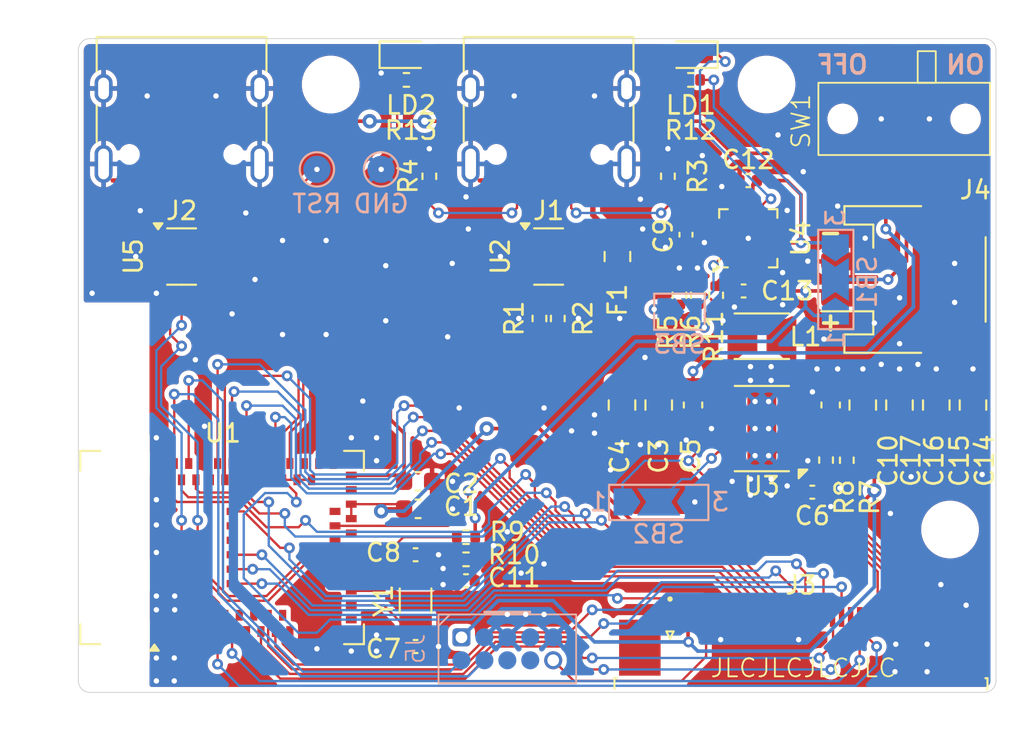
<source format=kicad_pcb>
(kicad_pcb (version 20241229) (generator "pcbnew") (generator_version "9.0")
  (layers (0 "F.Cu" signal) (2 "B.Cu" signal) (13 "F.Paste" user) (15 "B.Paste" user) (5 "F.SilkS" user "F.Silkscreen") (7 "B.SilkS" user "B.Silkscreen") (1 "F.Mask" user) (3 "B.Mask" user) (25 "Edge.Cuts" user))
  (net 0 "")
  (net 1 "GND")
  (net 2 "VDD")
  (net 3 "VBUS")
  (net 4 "Net-(SW1A-B)")
  (net 5 "/VINA")
  (net 6 "XL1")
  (net 7 "XL2")
  (net 8 "VDDH")
  (net 9 "+BATT")
  (net 10 "+5V")
  (net 11 "Net-(J1-CC1)")
  (net 12 "Net-(J1-CC2)")
  (net 15 "P0.17")
  (net 16 "P1.15")
  (net 17 "P0.31")
  (net 18 "P1.07")
  (net 19 "P0.09")
  (net 20 "P0.29")
  (net 21 "P1.01")
  (net 22 "P1.02")
  (net 23 "P1.13")
  (net 24 "P0.02")
  (net 25 "P0.06")
  (net 26 "P0.10")
  (net 27 "P0.11")
  (net 28 "P1.04")
  (net 29 "P0.08")
  (net 30 "P0.24")
  (net 31 "RESET")
  (net 32 "P1.11")
  (net 33 "P0.20")
  (net 34 "P1.06")
  (net 35 "P1.00")
  (net 36 "P0.22")
  (net 37 "Net-(L1-Pad2)")
  (net 38 "Net-(L1-Pad1)")
  (net 39 "Net-(LD1-A)")
  (net 40 "Net-(LD1-K)")
  (net 41 "USB_D-")
  (net 42 "USB_D+")
  (net 43 "Net-(SB3-A)")
  (net 44 "Net-(SB3-B)")
  (net 45 "Net-(U3-FB)")
  (net 46 "Net-(U4-TS)")
  (net 47 "Net-(SB1-C)")
  (net 48 "P0.15")
  (net 49 "SWD")
  (net 50 "SWC")
  (net 59 "/FRST")
  (net 65 "P0.04")
  (net 82 "/MCU_D-")
  (net 83 "/MCU_D+")
  (net 84 "Net-(LD2-A)")
  (net 88 "/PWR_SAVE")
  (footprint "Resistor_SMD:R_0402_1005Metric" (layer "F.Cu") (at 157.601 108.424 -90)
    (property "Reference" "R8")
    (property "Value" "180k")
  )
  (footprint "Resistor_SMD:R_0402_1005Metric" (layer "F.Cu") (at 142.748 100.584 90)
    (property "Reference" "R1")
    (property "Value" "27R")
  )
  (footprint "Resistor_SMD:R_0402_1005Metric" (layer "F.Cu") (at 137.668 113.919 180)
    (property "Reference" "R10")
    (property "Value" "2M")
  )
  (footprint "Capacitor_SMD:C_0402_1005Metric" (layer "F.Cu") (at 149.845 95.945 -90)
    (property "Reference" "C9")
    (property "Value" "1uF")
  )
  (footprint "Capacitor_SMD:C_0603_1608Metric" (layer "F.Cu") (at 135.014 109.601 180)
    (property "Reference" "C2")
    (property "Value" "10uF")
  )
  (footprint "Package_TO_SOT_SMD:SOT-23-6" (layer "F.Cu") (at 121.92 97.155)
    (property "Reference" "U5")
    (property "Value" "SRV05-4")
  )
  (footprint "MountingHole:MountingHole_2.7mm_M2.5_ISO7380" (layer "F.Cu") (at 164.465 112.268)
    (property "Reference" "H3" (hide yes))
    (property "Value" "MountingHole" (hide yes))
  )
  (footprint "Capacitor_SMD:C_0603_1608Metric" (layer "F.Cu") (at 150.235 105.376 -90)
    (property "Reference" "C5")
    (property "Value" "2.2uF")
  )
  (footprint "Package_SON:VSON-14-1EP_3x4.45mm_P0.65mm_EP1.6x4.2mm_ThermalVias" (layer "F.Cu") (at 154.045 106.68 180)
    (property "Reference" "U3")
    (property "Value" "TPS63020")
  )
  (footprint "Fuse:Fuse_0805_2012Metric" (layer "F.Cu") (at 146.05 97.155 -90)
    (property "Reference" "F1")
    (property "Value" "500mA, 6V")
  )
  (footprint "Connector_FFC-FPC:TE_3-1734839-0_1x30-1MP_P0.5mm_Horizontal" (layer "F.Cu") (at 156.21 118.46)
    (property "Reference" "J3")
    (property "Value" "Conn_01x30")
  )
  (footprint "Resistor_SMD:R_0402_1005Metric" (layer "F.Cu") (at 148.844 92.71 90)
    (property "Reference" "R3")
    (property "Value" "5.1k")
  )
  (footprint "MountingHole:MountingHole_2.7mm_M2.5_ISO7380" (layer "F.Cu") (at 130.175 87.63)
    (property "Reference" "H1" (hide yes))
    (property "Value" "MountingHole" (hide yes))
  )
  (footprint "Crystal:Crystal_SMD_3215-2Pin_3.2x1.5mm" (layer "F.Cu") (at 134.874 116.205 90)
    (property "Reference" "Y1")
    (property "Value" "32.768kHz")
  )
  (footprint "Inductor_SMD:L_Changjiang_FNR252012S" (layer "F.Cu") (at 154.045 101.566)
    (property "Reference" "L1")
    (property "Value" "1.5uH")
  )
  (footprint "Connector_USB:USB_C_Receptacle_HRO_TYPE-C-31-M-12" (layer "F.Cu") (at 142.24 88.9 180)
    (property "Reference" "J1")
    (property "Value" "USB_C_Receptacle_USB2.0")
  )
  (footprint "Capacitor_SMD:C_0805_2012Metric" (layer "F.Cu") (at 161.665 105.376 90)
    (property "Reference" "C16")
    (property "Value" "22uF")
  )
  (footprint "Resistor_SMD:R_0402_1005Metric" (layer "F.Cu") (at 158.75 108.434 -90)
    (property "Reference" "R7")
    (property "Value" "1M")
  )
  (footprint "Capacitor_SMD:C_0402_1005Metric" (layer "F.Cu") (at 153.035 99.06)
    (property "Reference" "C13")
    (property "Value" "4.7uF")
  )
  (footprint "Capacitor_SMD:C_0603_1608Metric" (layer "F.Cu") (at 157.855 105.376 90)
    (property "Reference" "C10")
    (property "Value" "2.2uF")
  )
  (footprint "Resistor_SMD:R_0402_1005Metric" (layer "F.Cu") (at 149.485 99.301 90)
    (property "Reference" "R5")
    (property "Value" "2k")
  )
  (footprint "Resistor_SMD:R_0402_1005Metric" (layer "F.Cu") (at 134.366 87.376)
    (property "Reference" "R13")
    (property "Value" "10k")
  )
  (footprint "Resistor_SMD:R_0402_1005Metric" (layer "F.Cu") (at 137.668 112.691 180)
    (property "Reference" "R9")
    (property "Value" "820k")
  )
  (footprint "Capacitor_SMD:C_0805_2012Metric" (layer "F.Cu") (at 165.735 105.376 90)
    (property "Reference" "C14")
    (property "Value" "22uF")
  )
  (footprint "Resistor_SMD:R_0402_1005Metric" (layer "F.Cu") (at 151.517 99.301 90)
    (property "Reference" "R11")
    (property "Value" "10k")
  )
  (footprint "Capacitor_SMD:C_0402_1005Metric" (layer "F.Cu") (at 134.874 118.745 180)
    (property "Reference" "C7")
    (property "Value" "12pF")
  )
  (footprint "Capacitor_SMD:C_0805_2012Metric" (layer "F.Cu") (at 146.304 105.376 -90)
    (property "Reference" "C4")
    (property "Value" "22uF")
  )
  (footprint "ErgoSNM_Keyboard:MSKT-22D14-T" (layer "F.Cu") (at 161.925 89.535 180)
    (property "Reference" "SW1")
    (property "Value" "SW_DPDT_x2" (hide yes))
  )
  (footprint "RF_Module:Raytac_MDBT50Q" (layer "F.Cu") (at 124.164 113.265 90)
    (property "Reference" "U1")
    (property "Value" "MDBT50Q-1MV2")
  )
  (footprint "Capacitor_SMD:C_0603_1608Metric" (layer "F.Cu") (at 135.014 111.125)
    (property "Reference" "C1")
    (property "Value" "10uF")
  )
  (footprint "Resistor_SMD:R_0402_1005Metric" (layer "F.Cu") (at 141.732 100.584 -90)
    (property "Reference" "R2")
    (property "Value" "27R")
  )
  (footprint "Package_TO_SOT_SMD:SOT-23-6" (layer "F.Cu") (at 142.24 97.155)
    (property "Reference" "U2")
    (property "Value" "SRV05-4")
  )
  (footprint "Capacitor_SMD:C_0805_2012Metric" (layer "F.Cu") (at 148.336 105.376 -90)
    (property "Reference" "C3")
    (property "Value" "22uF")
  )
  (footprint "Package_DFN_QFN:VQFN-16-1EP_3x3mm_P0.5mm_EP1.6x1.6mm" (layer "F.Cu") (at 153.295 96.145 90)
    (property "Reference" "U4")
    (property "Value" "BQ24075RGT")
  )
  (footprint "Resistor_SMD:R_0402_1005Metric" (layer "F.Cu") (at 150.501 99.301 90)
    (property "Reference" "R6")
    (property "Value" "10k")
  )
  (footprint "Capacitor_SMD:C_0402_1005Metric" (layer "F.Cu") (at 153.295 92.951)
    (property "Reference" "C12")
    (property "Value" "4.7uF")
  )
  (footprint "Resistor_SMD:R_0402_1005Metric" (layer "F.Cu") (at 135.636 92.71 90)
    (property "Reference" "R4")
    (property "Value" "5.1k")
  )
  (footprint "Capacitor_SMD:C_0805_2012Metric" (layer "F.Cu") (at 163.703 105.376 90)
    (property "Reference" "C15")
    (property "Value" "22uF")
  )
  (footprint "Capacitor_SMD:C_0402_1005Metric" (layer "F.Cu") (at 137.666 115.104 180)
    (property "Reference" "C11")
    (property "Value" "100nF")
  )
  (footprint "Resistor_SMD:R_0402_1005Metric" (layer "F.Cu") (at 150.114 87.376 180)
    (property "Reference" "R12")
    (property "Value" "10k")
  )
  (footprint "Connector_USB:USB_C_Receptacle_HRO_TYPE-C-31-M-12" (layer "F.Cu") (at 121.92 88.9 180)
    (property "Reference" "J2")
    (property "Value" "USB_C_Receptacle_USB2.0")
  )
  (footprint "Capacitor_SMD:C_0402_1005Metric" (layer "F.Cu") (at 134.874 113.665 180)
    (property "Reference" "C8")
    (property "Value" "12pF")
  )
  (footprint "MountingHole:MountingHole_2.7mm_M2.5_ISO7380" (layer "F.Cu") (at 154.305 87.63)
    (property "Reference" "H2" (hide yes))
    (property "Value" "MountingHole" (hide yes))
  )
  (footprint "Capacitor_SMD:C_0402_1005Metric" (layer "F.Cu") (at 156.839 110.202)
    (property "Reference" "C6")
    (property "Value" "100nF")
  )
  (footprint "Capacitor_SMD:C_0805_2012Metric" (layer "F.Cu") (at 159.633 105.376 90)
    (property "Reference" "C17")
    (property "Value" "22uF")
  )
  (footprint "LED_SMD:LED_0603_1608Metric" (layer "F.Cu") (at 150.114 85.979 180)
    (property "Reference" "LD1")
    (property "Value" "RED")
  )
  (footprint "LED_SMD:LED_0603_1608Metric" (layer "F.Cu") (at 134.366 85.979)
    (property "Reference" "LD2")
    (property "Value" "BLUE")
  )
  (footprint "Connector_JST:JST_PH_S2B-PH-SM4-TB_1x02-1MP_P2.00mm_Horizontal" (layer "F.Cu") (at 161.925 98.425 90)
    (property "Reference" "J4")
    (property "Value" "Conn_Batt")
  )
  (footprint "Jumper:SolderJumper-3_P2.0mm_Open_TrianglePad1.0x1.5mm_NumberLabels" (layer "B.Cu") (at 158.115 98.425 90)
    (property "Reference" "SB1")
    (property "Value" "Vsrc Select")
  )
  (footprint "Jumper:SolderJumper-2_P1.3mm_Open_TrianglePad1.0x1.5mm" (layer "B.Cu") (at 149.485 100.209)
    (property "Reference" "SB3")
    (property "Value" "Charge Boost")
  )
  (footprint "ErgoSNM_Keyboard:SWD 10pin" (layer "B.Cu") (at 139.954 118.872 -90)
    (property "Reference" "J5")
    (property "Value" "Debug")
  )
  (footprint "Jumper:SolderJumper-3_P2.0mm_Open_TrianglePad1.0x1.5mm_NumberLabels" (layer "B.Cu") (at 148.336 110.744)
    (property "Reference" "SB2")
    (property "Value" "Power Save")
  )
  (footprint "TestPoint:TestPoint_Pad_D1.5mm" (layer "B.Cu") (at 132.963 92.329 -90)
    (property "Reference" "TP2" (hide yes))
    (property "Value" "GND")
  )
  (footprint "TestPoint:TestPoint_Pad_D1.5mm" (layer "B.Cu") (at 129.413 92.329 -90)
    (property "Reference" "TP1" (hide yes))
    (property "Value" "RST")
  )
  (gr_circle (center 148.962052 116.116451) (end 149.112052 116.116451) (fill yes) (layer "F.SilkS"))
  (gr_arc (start 166.369999 85.090001) (mid 166.819012 85.275988) (end 167.004999 85.725001) (stroke (width 0.05)) (layer "Edge.Cuts"))
  (gr_arc (start 116.84 121.285) (mid 116.390987 121.099013) (end 116.205 120.65) (stroke (width 0.05)) (layer "Edge.Cuts"))
  (gr_line (start 167.004999 85.725001) (end 167.005 120.65) (stroke (width 0.05)) (layer "Edge.Cuts"))
  (gr_line (start 166.37 121.285) (end 116.84 121.285) (stroke (width 0.05)) (layer "Edge.Cuts"))
  (gr_arc (start 116.205 85.725) (mid 116.390987 85.275987) (end 116.84 85.09) (stroke (width 0.05)) (layer "Edge.Cuts"))
  (gr_line (start 116.84 85.09) (end 166.369999 85.090002) (stroke (width 0.05)) (layer "Edge.Cuts"))
  (gr_arc (start 167.005 120.65) (mid 166.819013 121.099013) (end 166.37 121.285) (stroke (width 0.05)) (layer "Edge.Cuts"))
  (gr_line (start 116.205 120.65) (end 116.205 85.725) (stroke (width 0.05)) (layer "Edge.Cuts"))
  (gr_text "JLCJLCJLCJLC" (at 151.13 120.523 0) (layer "F.SilkS") (effects (font (size 1 1) (thickness 0.1)) (justify left bottom)))
  (gr_text "+" (at 157.099 101.346 0) (layer "F.SilkS") (effects (font (size 1 1) (thickness 0.2) (bold yes)) (justify left bottom)))
  (gr_text "-" (at 157.099 96.393 0) (layer "F.SilkS") (effects (font (size 1 1) (thickness 0.2) (bold yes)) (justify left bottom)))
  (gr_text "OFF" (at 160.02 87.122 0) (layer "B.SilkS") (effects (font (size 1 1) (thickness 0.2) (bold yes)) (justify left bottom mirror)))
  (gr_text "ON" (at 166.497 87.122 0) (layer "B.SilkS") (effects (font (size 1 1) (thickness 0.2) (bold yes)) (justify left bottom mirror)))
  (segment (start 151.46 117.11) (end 151.46 118.059) (width 0.13) (layer "F.Cu") (net 1))
  (segment (start 120.523 119.38) (end 120.414 119.271) (width 0.13) (layer "F.Cu") (net 1))
  (segment (start 120.414 107.297) (end 120.414 108.615) (width 0.13) (layer "F.Cu") (net 1))
  (segment (start 119.38 97.155) (end 119.253 97.155) (width 0.3) (layer "F.Cu") (net 1))
  (segment (start 138.99 92.945) (end 138.99 96.572) (width 0.3) (layer "F.Cu") (net 1))
  (segment (start 154.045 96.895) (end 153.295 96.145) (width 0.13) (layer "F.Cu") (net 1))
  (segment (start 154.62 107.98) (end 154.42 108.18) (width 0.13) (layer "F.Cu") (net 1))
  (segment (start 120.414 110.567) (end 120.414 108.615) (width 0.13) (layer "F.Cu") (net 1))
  (segment (start 149.875 96.395) (end 151.8575 96.395) (width 0.13) (layer "F.Cu") (net 1))
  (segment (start 156.718 118.364) (end 156.083 118.364) (width 0.13) (layer "F.Cu") (net 1))
  (segment (start 161.46 118.618) (end 161.46 117.11) (width 0.13) (layer "F.Cu") (net 1))
  (segment (start 135.354 113.665) (end 136.144 113.665) (width 0.13) (layer "F.Cu") (net 1))
  (segment (start 120.523 116.713) (end 120.523 115.951) (width 0.13) (layer "F.Cu") (net 1))
  (segment (start 150.501 98.791) (end 149.485 98.791) (width 0.13) (layer "F.Cu") (net 1))
  (segment (start 131.314 107.192) (end 131.318 107.188) (width 0.13) (layer "F.Cu") (net 1))
  (segment (start 135.789 109.601) (end 136.919 109.601) (width 0.13) (layer "F.Cu") (net 1))
  (segment (start 148.717 96.647) (end 148.939 96.425) (width 0.13) (layer "F.Cu") (net 1))
  (segment (start 148.939 96.425) (end 149.845 96.425) (width 0.13) (layer "F.Cu") (net 1))
  (segment (start 156.96 118.122) (end 156.718 118.364) (width 0.13) (layer "F.Cu") (net 1))
  (segment (start 149.479 98.044) (end 149.485 98.05) (width 0.13) (layer "F.Cu") (net 1))
  (segment (start 132.67 118.065) (end 132.715 118.11) (width 0.13) (layer "F.Cu") (net 1))
  (segment (start 151.892 100.711) (end 151.517 100.336) (width 0.13) (layer "F.Cu") (net 1))
  (segment (start 139.573 97.155) (end 141.1025 97.155) (width 0.3) (layer "F.Cu") (net 1))
  (segment (start 151.46 116.027) (end 150.749 115.316) (width 0.13) (layer "F.Cu") (net 1))
  (segment (start 148.844 91.186) (end 148.844 92.2) (width 0.13) (layer "F.Cu") (net 1))
  (segment (start 155.08 94.602) (end 154.7325 94.9495) (width 0.13) (layer "F.Cu") (net 1))
  (segment (start 157.601 109.92) (end 157.601 108.934) (width 0.13) (layer "F.Cu") (net 1))
  (segment (start 150.501 98.05) (end 150.501 98.791) (width 0.13) (layer "F.Cu") (net 1))
  (segment (start 156.113 107.98) (end 157.067 108.934) (width 0.13) (layer "F.Cu") (net 1))
  (segment (start 136.906 113.919) (end 136.398 114.427) (width 0.13) (layer "F.Cu") (net 1))
  (segment (start 120.7825 97.155) (end 119.38 97.155) (width 0.3) (layer "F.Cu") (net 1))
  (segment (start 150.749 115.316) (end 143.637 115.316) (width 0.13) (layer "F.Cu") (net 1))
  (segment (start 121.514 116.865) (end 121.514 117.915) (width 0.13) (layer "F.Cu") (net 1))
  (segment (start 120.523 119.38) (end 120.523 120.65) (width 0.13) (layer "F.Cu") (net 1))
  (segment (start 149.479 97.79) (end 149.479 98.044) (width 0.13) (layer "F.Cu") (net 1))
  (segment (start 131.314 108.465) (end 131.314 107.192) (width 0.13) (layer "F.Cu") (net 1))
  (segment (start 155.495 107.98) (end 156.113 107.98) (width 0.13) (layer "F.Cu") (net 1))
  (segment (start 132.708 108.465) (end 132.715 108.458) (width 0.13) (layer "F.Cu") (net 1))
  (segment (start 151.8575 96.395) (end 153.045 96.395) (width 0.13) (layer "F.Cu") (net 1))
  (segment (start 121.539 116.713) (end 121.539 116.84) (width 0.13) (layer "F.Cu") (net 1))
  (segment (start 154.045 97.5825) (end 154.045 96.895) (width 0.13) (layer "F.Cu") (net 1))
  (segment (start 143.637 115.316) (end 141.986 116.967) (width 0.13) (layer "F.Cu") (net 1))
  (segment (start 120.523 110.617) (end 120.464 110.617) (width 0.13) (layer "F.Cu") (net 1))
  (segment (start 132.715 118.999) (end 131.314 118.999) (width 0.13) (layer "F.Cu") (net 1))
  (segment (start 131.314 118.999) (end 131.314 118.065) (width 0.13) (layer "F.Cu") (net 1))
  (segment (start 154.7325 95.395) (end 154.045 95.395) (width 0.13) (layer "F.Cu") (net 1))
  (segment (start 159.059 97.409) (end 159.075 97.425) (width 0.2) (layer "F.Cu") (net 1))
  (segment (start 119.253 97.155) (end 118.67 96.572) (width 0.3) (layer "F.Cu") (net 1))
  (segment (start 149.845 96.425) (end 149.875 96.395) (width 0.13) (layer "F.Cu") (net 1))
  (segment (start 163.46 118.353) (end 163.46 117.11) (width 0.13) (layer "F.Cu") (net 1))
  (segment (start 120.414 119.271) (end 120.414 117.915) (width 0.13) (layer "F.Cu") (net 1))
  (segment (start 153.045 96.395) (end 153.295 96.145) (width 0.13) (layer "F.Cu") (net 1))
  (segment (start 154.7325 96.895) (end 154.045 96.895) (width 0.13) (layer "F.Cu") (net 1))
  (segment (start 163.46 115.813) (end 163.957 115.316) (width 0.13) (layer "F.Cu") (net 1))
  (segment (start 152.527 99.568) (end 152.555 99.54) (width 0.13) (layer "F.Cu") (net 1))
  (segment (start 136.398 115.316) (end 136.525 115.316) (width 0.13) (layer "F.Cu") (net 1))
  (segment (start 120.523 107.188) (end 120.414 107.297) (width 0.13) (layer "F.Cu") (net 1))
  (segment (start 120.414 116.949) (end 120.414 117.915) (width 0.13) (layer "F.Cu") (net 1))
  (segment (start 152.555 99.54) (end 152.555 99.06) (width 0.13) (layer "F.Cu") (net 1))
  (segment (start 135.354 118.745) (end 136.144 118.745) (width 0.13) (layer "F.Cu") (net 1))
  (segment (start 138.99 96.572) (end 139.573 97.155) (width 0.3) (layer "F.Cu") (net 1))
  (segment (start 163.46 117.11) (end 163.46 115.813) (width 0.13) (layer "F.Cu") (net 1))
  (segment (start 135.789 111.125) (end 136.919 111.125) (width 0.13) (layer "F.Cu") (net 1))
  (segment (start 131.314 108.465) (end 132.708 108.465) (width 0.13) (layer "F.Cu") (net 1))
  (segment (start 151.517 99.807) (end 150.501 98.791) (width 0.13) (layer "F.Cu") (net 1))
  (segment (start 121.514 120.65) (end 121.514 117.915) (width 0.13) (layer "F.Cu") (net 1))
  (segment (start 131.314 118.065) (end 132.67 118.065) (width 0.13) (layer "F.Cu") (net 1))
  (segment (start 157.067 108.934) (end 157.601 108.934) (width 0.13) (layer "F.Cu") (net 1))
  (segment (start 121.539 116.84) (end 121.514 116.865) (width 0.13) (layer "F.Cu") (net 1))
  (segment (start 150.482 97.79) (end 150.482 98.031) (width 0.13) (layer "F.Cu") (net 1))
  (segment (start 152.159 92.951) (end 152.52 92.951) (width 0.13) (layer "F.Cu") (net 1))
  (segment (start 151.46 117.11) (end 151.46 116.027) (width 0.13) (layer "F.Cu") (net 1))
  (segment (start 151.517 100.336) (end 151.517 99.811) (width 0.13) (layer "F.Cu") (net 1))
  (segment (start 156.96 117.11) (end 156.96 118.122) (width 0.13) (layer "F.Cu") (net 1))
  (segment (start 155.448 94.602) (end 155.08 94.602) (width 0.13) (layer "F.Cu") (net 1))
  (segment (start 136.737 115.104) (end 137.186 115.104) (width 0.13) (layer "F.Cu") (net 1))
  (segment (start 157.319 110.202) (end 157.601 109.92) (width 0.13) (layer "F.Cu") (net 1))
  (segment (start 120.523 116.84) (end 120.414 116.949) (width 0.13) (layer "F.Cu") (net 1))
  (segment (start 120.523 110.617) (end 120.523 113.538) (width 0.13) (layer "F.Cu") (net 1))
  (segment (start 151.46 118.059) (end 151.765 118.364) (width 0.13) (layer "F.Cu") (net 1))
  (segment (start 150.482 98.031) (end 150.501 98.05) (width 0.13) (layer "F.Cu") (net 1))
  (segment (start 121.539 115.951) (end 121.539 116.713) (width 0.13) (layer "F.Cu") (net 1))
  (segment (start 120.523 116.713) (end 120.523 116.84) (width 0.13) (layer "F.Cu") (net 1))
  (segment (start 152.527 99.949) (end 152.527 99.568) (width 0.13) (layer "F.Cu") (net 1))
  (segment (start 120.464 110.617) (end 120.414 110.567) (width 0.13) (layer "F.Cu") (net 1))
  (segment (start 149.485 98.05) (end 149.485 98.791) (width 0.13) (layer "F.Cu") (net 1))
  (segment (start 151.517 99.811) (end 151.517 99.807) (width 0.13) (layer "F.Cu") (net 1))
  (segment (start 154.045 95.395) (end 153.295 96.145) (width 0.13) (layer "F.Cu") (net 1))
  (segment (start 131.318 107.188) (end 132.715 107.188) (width 0.13) (layer "F.Cu") (net 1))
  (segment (start 135.636 92.2) (end 135.636 91.186) (width 0.13) (layer "F.Cu") (net 1))
  (segment (start 118.67 96.572) (end 118.67 92.945) (width 0.3) (layer "F.Cu") (net 1))
  (segment (start 137.158 113.919) (end 136.906 113.919) (width 0.13) (layer "F.Cu") (net 1))
  (segment (start 151.8285 93.2815) (end 152.159 92.951) (width 0.13) (layer "F.Cu") (net 1))
  (segment (start 163.195 118.618) (end 163.46 118.353) (width 0.13) (layer "F.Cu") (net 1))
  (segment (start 154.7325 94.9495) (end 154.7325 95.395) (width 0.13) (layer "F.Cu") (net 1))
  (segment (start 156.591 97.409) (end 159.059 97.409) (width 0.2) (layer "F.Cu") (net 1))
  (segment (start 155.495 107.98) (end 154.62 107.98) (width 0.13) (layer "F.Cu") (net 1))
  (segment (start 136.525 115.316) (end 136.737 115.104) (width 0.13) (layer "F.Cu") (net 1))
  (via (at 120.015 88.265) (size 0.6) (drill 0.3) (layers "F.Cu" "B.Cu") (net 1))
  (via (at 120.523 107.188) (size 0.6) (drill 0.3) (layers "F.Cu" "B.Cu") (net 1))
  (via (at 156.845 104.648) (size 0.6) (drill 0.3) (layers "F.Cu" "B.Cu") (net 1))
  (via (at 125.476 94.742) (size 0.6) (drill 0.3) (layers "F.Cu" "B.Cu") (net 1))
  (via (at 133.223 100.711) (size 0.6) (drill 0.3) (layers "F.Cu" "B.Cu") (net 1))
  (via (at 151.892 100.711) (size 0.6) (drill 0.3) (layers "F.Cu" "B.Cu") (net 1))
  (via (at 120.523 112.014) (size 0.6) (drill 0.3) (layers "F.Cu" "B.Cu") (net 1))
  (via (at 120.523 119.38) (size 0.6) (drill 0.3) (layers "F.Cu" "B.Cu") (net 1))
  (via (at 137.668 93.853) (size 0.6) (drill 0.3) (layers "F.Cu" "B.Cu") (net 1))
  (via (at 140.97 116.967) (size 0.6) (drill 0.3) (layers "F.Cu" "B.Cu") (net 1))
  (via (at 132.715 107.188) (size 0.6) (drill 0.3) (layers "F.Cu" "B.Cu") (net 1))
  (via (at 162.306 109.347) (size 0.6) (drill 0.3) (layers "F.Cu" "B.Cu") (net 1))
  (via (at 131.318 107.188) (size 0.6) (drill 0.3) (layers "F.Cu" "B.Cu") (net 1))
  (via (at 158.242 103.378) (size 0.6) (drill 0.3) (layers "F.Cu" "B.Cu") (net 1))
  (via (at 147.32 93.98) (size 0.6) (drill 0.3) (layers "F.Cu" "B.Cu") (net 1))
  (via (at 150.336 110.744) (size 0.6) (drill 0.3) (layers "F.Cu" "B.Cu") (net 1))
  (via (at 150.749 91.567) (size 0.6) (drill 0.3) (layers "F.Cu" "B.Cu") (net 1))
  (via (at 136.919 109.601) (size 0.6) (drill 0.3) (layers "F.Cu" "B.Cu") (net 1))
  (via (at 161.163 111.379) (size 0.6) (drill 0.3) (layers "F.Cu" "B.Cu") (net 1))
  (via (at 120.523 120.65) (size 0.6) (drill 0.3) (layers "F.Cu" "B.Cu") (net 1))
  (via (at 131.953 105.156) (size 0.6) (drill 0.3) (layers "F.Cu" "B.Cu") (net 1))
  (via (at 159.766 96.139) (size 0.6) (drill 0.3) (layers "F.Cu" "B.Cu") (net 1))
  (via (at 154.559 103.251) (size 0.6) (drill 0.3) (layers "F.Cu" "B.Cu") (net 1))
  (via (at 120.523 99.187) (size 0.6) (drill 0.3) (layers "F.Cu" "B.Cu") (net 1))
  (via (at 141.986 116.967) (size 0.6) (drill 0.3) (layers "F.Cu" "B.Cu") (net 1))
  (via (at 163.703 103.378) (size 0.6) (drill 0.3) (layers "F.Cu" "B.Cu") (net 1))
  (via (at 154.559 110.363) (size 0.6) (drill 0.3) (layers "F.Cu" "B.Cu") (net 1))
  (via (at 141.986 114.173) (size 0.6) (drill 0.3) (layers "F.Cu" "B.Cu") (net 1))
  (via (at 157.099 103.378) (size 0.6) (drill 0.3) (layers "F.Cu" "B.Cu") (net 1))
  (via (at 121.514 120.65) (size 0.6) (drill 0.3) (layers "F.Cu" "B.Cu") (net 1))
  (via (at 156.337 92.456) (size 0.6) (drill 0.3) (layers "F.Cu" "B.Cu") (net 1))
  (via (at 123.19 106.553) (size 0.6) (drill 0.3) (layers "F.Cu" "B.Cu") (net 1))
  (via (at 149.86 107.315) (size 0.6) (drill 0.3) (layers "F.Cu" "B.Cu") (net 1))
  (via (at 153.416 104.013) (size 0.6) (drill 0.3) (layers "F.Cu" "B.Cu") (net 1))
  (via (at 153.416 110.363) (size 0.6) (drill 0.3) (layers "F.Cu" "B.Cu") (net 1))
  (via (at 116.967 99.187) (size 0.6) (drill 0.3) (layers "F.Cu" "B.Cu") (net 1))
  (via (at 159.639 103.378) (size 0.6) (drill 0.3) (layers "F.Cu" "B.Cu") (net 1))
  (via (at 120.523 113.538) (size 0.6) (drill 0.3) (layers "F.Cu" "B.Cu") (net 1))
  (via (at 140.589 100.584) (size 0.6) (drill 0.3) (layers "F.Cu" "B.Cu") (net 1))
  (via (at 156.591 97.409) (size 0.6) (drill 0.3) (layers "F.Cu" "B.Cu") (net 1))
  (via (at 144.78 106.934) (size 0.6) (drill 0.3) (layers "F.Cu" "B.Cu") (net 1))
  (via (at 139.192 113.157) (size 0.6) (drill 0.3) (layers "F.Cu" "B.Cu") (net 1))
  (via (at 147.574 102.743) (size 0.6) (drill 0.3) (layers "F.Cu" "B.Cu") (net 1))
  (via (at 147.32 107.569) (size 0.6) (drill 0.3) (layers "F.Cu" "B.Cu") (net 1))
  (via (at 119.38 97.155) (size 0.6) (drill 0.3) (layers "F.Cu" "B.Cu") (net 1))
  (via (at 136.144 113.665) (size 0.6) (drill 0.3) (layers "F.Cu" "B.Cu") (net 1))
  (via (at 147.447 95.631) (size 0.6) (drill 0.3) (layers "F.Cu" "B.Cu") (net 1))
  (via (at 119.634 94.615) (size 0.6) (drill 0.3) (layers "F.Cu" "B.Cu") (net 1))
  (via (at 136.652 101.6) (size 0.6) (drill 0.3) (layers "F.Cu" "B.Cu") (net 1))
  (via (at 124.714 100.33) (size 0.6) (drill 0.3) (layers "F.Cu" "B.Cu") (net 1))
  (via (at 165.735 103.378) (size 0.6) (drill 0.3) (layers "F.Cu" "B.Cu") (net 1))
  (via (at 136.144 118.745) (size 0.6) (drill 0.3) (layers "F.Cu" "B.Cu") (net 1))
  (via (at 132.715 118.999) (size 0.6) (drill 0.3) (layers "F.Cu" "B.Cu") (net 1))
  (via (at 140.716 114.681) (size 0.6) (drill 0.3) (layers "F.Cu" "B.Cu") (net 1))
  (via (at 127.508 101.473) (size 0.6) (drill 0.3) (layers "F.Cu" "B.Cu") (net 1))
  (via (at 162.687 103.124) (size 0.6) (drill 0.3) (layers "F.Cu" "B.Cu") (net 1))
  (via (at 151.8285 93.2815) (size 0.6) (drill 0.3) (layers "F.Cu" "B.Cu") (net 1))
  (via (at 156.591 108.458) (size 0.6) (drill 0.3) (layers "F.Cu" "B.Cu") (net 1))
  (via (at 161.46 118.618) (size 0.6) (drill 0.3) (layers "F.Cu" "B.Cu") (net 1))
  (via (at 154.94 90.424) (size 0.6) (drill 0.3) (layers "F.Cu" "B.Cu") (net 1))
  (via (at 155.448 94.602) (size 0.6) (drill 0.3) (layers "F.Cu" "B.Cu") (net 1))
  (via (at 161.417 120.142) (size 0.6) (drill 0.3) (layers "F.Cu" "B.Cu") (net 1))
  (via (at 157.861 110.998) (size 0.6) (drill 0.3) (layers "F.Cu" "B.Cu") (net 1))
  (via (at 139.954 116.967) (size 0.6) (drill 0.3) (layers "F.Cu" "B.Cu") (net 1))
  (via (at 164.719 99.695) (size 0.6) (drill 0.3) (layers "F.Cu" "B.Cu") (net 1))
  (via (at 153.295 96.145) (size 0.6) (drill 0.3) (layers "F.Cu" "B.Cu") (net 1))
  (via (at 135.636 91.186) (size 0.6) (drill 0.3) (layers "F.Cu" "B.Cu") (net 1))
  (via (at 165.354 116.459) (size 0.6) (drill 0.3) (layers "F.Cu" "B.Cu") (net 1))
  (via (at 152.4 109.601) (size 0.6) (drill 0.3) (layers "F.Cu" "B.Cu") (net 1))
  (via (at 160.655 89.535) (size 0.6) (drill 0.3) (layers "F.Cu" "B.Cu") (net 1))
  (via (at 144.78 105.918) (size 0.6) (drill 0.3) (layers "F.Cu" "B.Cu") (net 1))
  (via (at 143.51 106.807) (size 0.6) (drill 0.3) (layers "F.Cu" "B.Cu") (net 1))
  (via (at 161.671 101.981) (size 0.6) (drill 0.3) (layers "F.Cu" "B.Cu") (net 1))
  (via (at 152.527 99.949) (size 0.6) (drill 0.3) (layers "F.Cu" "B.Cu") (net 1))
  (via (at 136.919 111.125) (size 0.6) (drill 0.3) (layers "F.Cu" "B.Cu") (net 1))
  (via (at 146.304 107.569) (size 0.6) (drill 0.3) (layers "F.Cu" "B.Cu") (net 1))
  (via (at 139.573 97.155) (size 0.6) (drill 0.3) (layers "F.Cu" "B.Cu") (net 1))
  (via (at 122.682 102.87) (size 0.6) (drill 0.3) (layers "F.Cu" "B.Cu") (net 1))
  (via (at 120.523 110.617) (size 0.6) (drill 0.3) (layers "F.Cu" "B.Cu") (net 1))
  (via (at 132.969 92.329) (size 0.6) (drill 0.3) (layers "F.Cu" "B.Cu") (net 1))
  (via (at 133.223 97.663) (size 0.6) (drill 0.3) (layers "F.Cu" "B.Cu") (net 1))
  (via (at 129.921 96.266) (size 0.6) (drill 0.3) (layers "F.Cu" "B.Cu") (net 1))
  (via (at 121.514 119.38) (size 0.6) (drill 0.3) (layers "F.Cu" "B.Cu") (net 1))
  (via (at 121.539 115.951) (size 0.6) (drill 0.3) (layers "F.Cu" "B.Cu") (net 1))
  (via (at 154.559 104.013) (size 0.6) (drill 0.3) (layers "F.Cu" "B.Cu") (net 1))
  (via (at 151.765 118.364) (size 0.6) (drill 0.3) (layers "F.Cu" "B.Cu") (net 1))
  (via (at 143.891 100.584) (size 0.6) (drill 0.3) (layers "F.Cu" "B.Cu") (net 1))
  (via (at 163.195 118.618) (size 0.6) (drill 0.3) (layers "F.Cu" "B.Cu") (net 1))
  (via (at 150.482 97.79) (size 0.6) (drill 0.3) (layers "F.Cu" "B.Cu") (net 1))
  (via (at 156.083 118.364) (size 0.6) (drill 0.3) (layers "F.Cu" "B.Cu") (net 1))
  (via (at 148.717 96.647) (size 0.6) (drill 0.3) (layers "F.Cu" "B.Cu") (net 1))
  (via (at 151.257 106.68) (size 0.6) (drill 0.3) (layers "F.Cu" "B.Cu") (net 1))
  (via (at 136.906 97.536) (size 0.6) (drill 0.3) (layers "F.Cu" "B.Cu") (net 1))
  (via (at 140.335 88.265) (size 0.6) (drill 0.3) (layers "F.Cu" "B.Cu") (net 1))
  (via (at 158.242 94.361) (size 0.6) (drill 0.3) (layers "F.Cu" "B.Cu") (net 1))
  (via (at 120.523 115.951) (size 0.6) (drill 0.3) (layers "F.Cu" "B.Cu") (net 1))
  (via (at 164.719 97.536) (size 0.6) (drill 0.3) (layers "F.Cu" "B.Cu") (net 1))
  (via (at 155.194 99.822) (size 0.6) (drill 0.3) (layers "F.Cu" "B.Cu") (net 1))
  (via (at 153.416 109.474) (size 0.6) (drill 0.3) (layers "F.Cu" "B.Cu") (net 1))
  (via (at 160.274 100.838) (size 0.6) (drill 0.3) (layers "F.Cu" "B.Cu") (net 1))
  (via (at 153.416 103.251) (size 0.6) (drill 0.3) (layers "F.Cu" "B.Cu") (net 1))
  (via (at 144.78 88.265) (size 0.6) (drill 0.3) (layers "F.Cu" "B.Cu") (net 1))
  (via (at 136.398 114.427) (size 0.6) (drill 0.3) (layers "F.Cu" "B.Cu") (net 1))
  (via (at 146.177 100.584) (size 0.6) (drill 0.3) (layers "F.Cu" "B.Cu") (net 1))
  (via (at 163.195 120.142) (size 0.6) (drill 0.3) (layers "F.Cu" "B.Cu") (net 1))
  (via (at 123.825 88.265) (size 0.6) (drill 0.3) (layers "F.Cu" "B.Cu") (net 1))
  (via (at 121.539 116.713) (size 0.6) (drill 0.3) (layers "F.Cu" "B.Cu") (net 1))
  (via (at 163.957 115.316) (size 0.6) (drill 0.3) (layers "F.Cu" "B.Cu") (net 1))
  (via (at 129.921 101.473) (size 0.6) (drill 0.3) (layers "F.Cu" "B.Cu") (net 1))
  (via (at 148.336 107.569) (size 0.6) (drill 0.3) (layers "F.Cu" "B.Cu") (net 1))
  (via (at 131.314 118.999) (size 0.6) (drill 0.3) (layers "F.Cu" "B.Cu") (net 1))
  (via (at 158.369 109.982) (size 0.6) (drill 0.3) (layers "F.Cu" "B.Cu") (net 1))
  (via (at 160.655 103.124) (size 0.6) (drill 0.3) (layers "F.Cu" "B.Cu") (net 1))
  (via (at 157.48 101.727) (size 0.6) (drill 0.3) (layers "F.Cu" "B.Cu") (net 1))
  (via (at 161.671 103.378) (size 0.6) (drill 0.3) (layers "F.Cu" "B.Cu") (net 1))
  (via (at 154.559 109.474) (size 0.6) (drill 0.3) (layers "F.Cu" "B.Cu") (net 1))
  (via (at 136.398 115.316) (size 0.6) (drill 0.3) (layers "F.Cu" "B.Cu") (net 1))
  (via (at 132.969 86.995) (size 0.6) (drill 0.3) (layers "F.Cu" "B.Cu") (net 1))
  (via (at 132.715 108.458) (size 0.6) (drill 0.3) (layers "F.Cu" "B.Cu") (net 1))
  (via (at 139.954 112.395) (size 0.6) (drill 0.3) (layers "F.Cu" "B.Cu") (net 1))
  (via (at 148.844 91.186) (size 0.6) (drill 0.3) (layers "F.Cu" "B.Cu") (net 1))
  (via (at 161.671 99.441) (size 0.6) (drill 0.3) (layers "F.Cu" "B.Cu") (net 1))
  (via (at 145.669 108.966) (size 0.6) (drill 0.3) (layers "F.Cu" "B.Cu") (net 1))
  (via (at 149.479 97.79) (size 0.6) (drill 0.3) (layers "F.Cu" "B.Cu") (net 1))
  (via (at 155.448 109.855) (size 0.6) (drill 0.3) (layers "F.Cu" "B.Cu") (net 1))
  (via (at 125.984 98.425) (size 0.6) (drill 0.3) (layers "F.Cu" "B.Cu") (net 1))
  (via (at 132.715 118.11) (size 0.6) (drill 0.3) (layers "F.Cu" "B.Cu") (net 1))
  (via (at 129.413 118.872) (size 0.6) (drill 0.3) (layers "F.Cu" "B.Cu") (net 1))
  (via (at 166.243 109.22) (size 0.6) (drill 0.3) (layers "F.Cu" "B.Cu") (net 1))
  (via (at 150.863 96.38) (size 0.6) (drill 0.3) (layers "F.Cu" "B.Cu") (net 1))
  (via (at 163.322 89.535) (size 0.6) (drill 0.3) (layers "F.Cu" "B.Cu") (net 1))
  (via (at 155.194 98.044) (size 0.6) (drill 0.3) (layers "F.Cu" "B.Cu") (net 1))
  (via (at 137.795 95.631) (size 0.6) (drill 0.3) (layers "F.Cu" "B.Cu") (net 1))
  (via (at 141.986 105.537) (size 0.6) (drill 0.3) (layers "F.Cu" "B.Cu") (net 1))
  (via (at 127.508 96.266) (size 0.6) (drill 0.3) (layers "F.Cu" "B.Cu") (net 1))
  (via (at 120.523 116.713) (size 0.6) (drill 0.3) (layers "F.Cu" "B.Cu") (net 1))
  (via (at 137.287 105.537) (size 0.6) (drill 0.3) (layers "F.Cu" "B.Cu") (net 1))
  (segment (start 132.963 92.329) (end 132.969 92.329) (width 0.13) (layer "B.Cu") (net 1))
  (segment (start 159.458 106.151) (end 159.633 106.326) (width 0.2) (layer "F.Cu") (net 2))
  (segment (start 157.734 106.03) (end 157.855 106.151) (width 0.2) (layer "F.Cu") (net 2))
  (segment (start 149.96 118.464) (end 149.96 117.11) (width 0.2) (layer "F.Cu") (net 2))
  (segment (start 134.239 111.125) (end 133.096 111.125) (width 0.2) (layer "F.Cu") (net 2))
  (segment (start 160.274 106.967) (end 159.633 106.326) (width 0.2) (layer "F.Cu") (net 2))
  (segment (start 155.495 106.03) (end 157.734 106.03) (width 0.2) (layer "F.Cu") (net 2))
  (segment (start 161.665 106.326) (end 159.633 106.326) (width 0.2) (layer "F.Cu") (net 2))
  (segment (start 160.274 110.109) (end 158.623 111.76) (width 0.2) (layer "F.Cu") (net 2))
  (segment (start 133.991 111.373) (end 134.239 111.125) (width 0.13) (layer "F.Cu") (net 2))
  (segment (start 157.855 106.151) (end 159.458 106.151) (width 0.2) (layer "F.Cu") (net 2))
  (segment (start 158.75 107.924) (end 158.75 107.046) (width 0.2) (layer "F.Cu") (net 2))
  (segment (start 131.314 110.865) (end 131.314 111.665) (width 0.13) (layer "F.Cu") (net 2))
  (segment (start 158.623 111.76) (end 146.812 111.76) (width 0.2) (layer "F.Cu") (net 2))
  (segment (start 149.987 118.491) (end 149.96 118.464) (width 0.2) (layer "F.Cu") (net 2))
  (segment (start 133.096 111.125) (end 132.969 111.252) (width 0.2) (layer "F.Cu") (net 2))
  (segment (start 146.812 111.76) (end 141.732 106.68) (width 0.2) (layer "F.Cu") (net 2))
  (segment (start 155.495 106.03) (end 155.495 106.68) (width 0.2) (layer "F.Cu") (net 2))
  (segment (start 134.239 111.125) (end 133.979 110.865) (width 0.13) (layer "F.Cu") (net 2))
  (segment (start 160.274 110.109) (end 160.274 106.967) (width 0.2) (layer "F.Cu") (net 2))
  (segment (start 158.75 107.046) (end 157.855 106.151) (width 0.2) (layer "F.Cu") (net 2))
  (segment (start 141.732 106.68) (end 138.811 106.68) (width 0.2) (layer "F.Cu") (net 2))
  (segment (start 149.96 117.11) (end 150.46 117.11) (width 0.3) (layer "F.Cu") (net 2))
  (segment (start 165.735 106.326) (end 161.665 106.326) (width 0.2) (layer "F.Cu") (net 2))
  (segment (start 133.979 110.865) (end 131.314 110.865) (width 0.13) (layer "F.Cu") (net 2))
  (via (at 138.811 106.68) (size 0.8) (drill 0.4) (layers "F.Cu" "B.Cu") (net 2))
  (via (at 132.969 111.252) (size 0.8) (drill 0.4) (layers "F.Cu" "B.Cu") (net 2))
  (via (at 149.987 118.491) (size 0.6) (drill 0.3) (layers "F.Cu" "B.Cu") (net 2))
  (via (at 160.274 110.109) (size 0.8) (drill 0.4) (layers "F.Cu" "B.Cu") (net 2))
  (segment (start 160.274 115.443) (end 156.718 118.999) (width 0.2) (layer "B.Cu") (net 2))
  (segment (start 160.274 110.109) (end 160.274 115.443) (width 0.2) (layer "B.Cu") (net 2))
  (segment (start 150.495 118.999) (end 149.987 118.491) (width 0.2) (layer "B.Cu") (net 2))
  (segment (start 149.987 118.491) (end 144.78 118.491) (width 0.2) (layer "B.Cu") (net 2))
  (segment (start 134.239 111.252) (end 132.969 111.252) (width 0.2) (layer "B.Cu") (net 2))
  (segment (start 156.718 118.999) (end 150.495 118.999) (width 0.2) (layer "B.Cu") (net 2))
  (segment (start 139.446 116.205) (end 137.414 118.237) (width 0.2) (layer "B.Cu") (net 2))
  (segment (start 144.78 118.491) (end 142.494 116.205) (width 0.2) (layer "B.Cu") (net 2))
  (segment (start 142.494 116.205) (end 139.446 116.205) (width 0.2) (layer "B.Cu") (net 2))
  (segment (start 138.811 106.68) (end 134.239 111.252) (width 0.2) (layer "B.Cu") (net 2))
  (segment (start 159.425 92.435) (end 158.43 91.44) (width 0.2) (layer "F.Cu") (net 3))
  (segment (start 124.37 92.945) (end 124.37 96.737) (width 0.3) (layer "F.Cu") (net 3))
  (segment (start 146.05 98.0925) (end 145.161 98.9815) (width 0.2) (layer "F.Cu") (net 3))
  (segment (start 134.067 109.773) (end 134.239 109.601) (width 0.13) (layer "F.Cu") (net 3))
  (segment (start 133.858 104.648) (end 133.477 105.029) (width 0.2) (layer "F.Cu") (net 3))
  (segment (start 148.6775 95.465) (end 149.845 95.465) (width 0.2) (layer "F.Cu") (net 3))
  (segment (start 133.477 106.172) (end 134.239 106.934) (width 0.2) (layer "F.Cu") (net 3))
  (segment (start 132.334 89.662) (end 124.46 89.662) (width 0.2) (layer "F.Cu") (net 3))
  (segment (start 119.47 92.086719) (end 119.47 92.945) (width 0.3) (layer "F.Cu") (net 3))
  (segment (start 134.239 106.934) (end 134.239 109.601) (width 0.2) (layer "F.Cu") (net 3))
  (segment (start 120.624719 90.932) (end 119.47 92.086719) (width 0.3) (layer "F.Cu") (net 3))
  (segment (start 145.161 98.9815) (end 145.161 101.346) (width 0.2) (layer "F.Cu") (net 3))
  (segment (start 149.915 95.395) (end 149.845 95.465) (width 0.2) (layer "F.Cu") (net 3))
  (segment (start 140.589 89.662) (end 135.382 89.662) (width 0.2) (layer "F.Cu") (net 3))
  (segment (start 158.43 91.44) (end 152.4 91.44) (width 0.2) (layer "F.Cu") (net 3))
  (segment (start 134.239 109.601) (end 133.903 109.265) (width 0.2) (layer "F.Cu") (net 3))
  (segment (start 133.903 109.265) (end 131.314 109.265) (width 0.2) (layer "F.Cu") (net 3))
  (segment (start 124.37 92.112) (end 123.19 90.932) (width 0.3) (layer "F.Cu") (net 3))
  (segment (start 146.05 98.0925) (end 148.6775 95.465) (width 0.2) (layer "F.Cu") (net 3))
  (segment (start 150.622 89.662) (end 140.589 89.662) (width 0.2) (layer "F.Cu") (net 3))
  (segment (start 124.46 89.662) (end 123.19 90.932) (width 0.2) (layer "F.Cu") (net 3))
  (segment (start 123.952 97.155) (end 123.0575 97.155) (width 0.3) (layer "F.Cu") (net 3))
  (segment (start 145.161 101.346) (end 141.859 104.648) (width 0.2) (layer "F.Cu") (net 3))
  (segment (start 124.37 92.945) (end 124.37 92.112) (width 0.3) (layer "F.Cu") (net 3))
  (segment (start 133.477 105.029) (end 133.477 106.172) (width 0.2) (layer "F.Cu") (net 3))
  (segment (start 149.845 93.995) (end 149.845 95.465) (width 0.2) (layer "F.Cu") (net 3))
  (segment (start 151.8575 95.395) (end 149.915 95.395) (width 0.2) (layer "F.Cu") (net 3))
  (segment (start 152.4 91.44) (end 149.845 93.995) (width 0.2) (layer "F.Cu") (net 3))
  (segment (start 124.37 96.737) (end 123.952 97.155) (width 0.3) (layer "F.Cu") (net 3))
  (segment (start 123.19 90.932) (end 120.624719 90.932) (width 0.3) (layer "F.Cu") (net 3))
  (segment (start 141.859 104.648) (end 133.858 104.648) (width 0.2) (layer "F.Cu") (net 3))
  (segment (start 152.4 91.44) (end 150.622 89.662) (width 0.2) (layer "F.Cu") (net 3))
  (via (at 135.382 89.662) (size 0.8) (drill 0.4) (layers "F.Cu" "B.Cu") (net 3))
  (via (at 132.334 89.662) (size 0.8) (drill 0.4) (layers "F.Cu" "B.Cu") (net 3))
  (segment (start 135.382 89.662) (end 132.334 89.662) (width 0.2) (layer "B.Cu") (net 3))
  (segment (start 149.859 104.426) (end 148.336 104.426) (width 0.2) (layer "F.Cu") (net 4))
  (segment (start 151.664 106.03) (end 150.235 104.601) (width 0.2) (layer "F.Cu") (net 4))
  (segment (start 160.909 93.451) (end 160.909 95.631) (width 0.2) (layer "F.Cu") (net 4))
  (segment (start 161.925 92.435) (end 160.909 93.451) (width 0.2) (layer "F.Cu") (net 4))
  (segment (start 150.235 104.601) (end 150.034 104.601) (width 0.2) (layer "F.Cu") (net 4))
  (segment (start 150.034 104.601) (end 149.859 104.426) (width 0.2) (layer "F.Cu") (net 4))
  (segment (start 152.595 106.03) (end 152.595 106.68) (width 0.2) (layer "F.Cu") (net 4))
  (segment (start 148.336 104.426) (end 146.304 104.426) (width 0.2) (layer "F.Cu") (net 4))
  (segment (start 150.235 103.505) (end 150.235 104.601) (width 0.2) (layer "F.Cu") (net 4))
  (segment (start 152.595 106.03) (end 151.664 106.03) (width 0.2) (layer "F.Cu") (net 4))
  (via (at 150.235 103.505) (size 0.6) (drill 0.3) (layers "F.Cu" "B.Cu") (net 4))
  (via (at 160.909 95.631) (size 0.6) (drill 0.3) (layers "F.Cu" "B.Cu") (net 4))
  (segment (start 159.893 102.489) (end 162.433 99.949) (width 0.2) (layer "B.Cu") (net 4))
  (segment (start 151.251 102.489) (end 159.893 102.489) (width 0.2) (layer "B.Cu") (net 4))
  (segment (start 162.433 99.949) (end 162.433 97.155) (width 0.2) (layer "B.Cu") (net 4))
  (segment (start 162.433 97.155) (end 160.909 95.631) (width 0.2) (layer "B.Cu") (net 4))
  (segment (start 150.235 103.505) (end 151.251 102.489) (width 0.2) (layer "B.Cu") (net 4))
  (segment (start 155.436 111.125) (end 156.359 110.202) (width 0.13) (layer "F.Cu") (net 5))
  (segment (start 156.359 109.494) (end 156.359 110.202) (width 0.13) (layer "F.Cu") (net 5))
  (segment (start 149.987 108.458) (end 152.654 111.125) (width 0.13) (layer "F.Cu") (net 5))
  (segment (start 152.654 111.125) (end 155.436 111.125) (width 0.13) (layer "F.Cu") (net 5))
  (segment (start 155.495 108.63) (end 156.359 109.494) (width 0.13) (layer "F.Cu") (net 5))
  (segment (start 151.115 107.33) (end 152.595 107.33) (width 0.13) (layer "F.Cu") (net 5))
  (segment (start 149.987 108.458) (end 151.115 107.33) (width 0.13) (layer "F.Cu") (net 5))
  (via (at 149.987 108.458) (size 0.6) (drill 0.3) (layers "F.Cu" "B.Cu") (net 5))
  (segment (start 146.336 109.696) (end 146.336 110.744) (width 0.13) (layer "B.Cu") (net 5))
  (segment (start 149.987 108.458) (end 147.574 108.458) (width 0.13) (layer "B.Cu") (net 5))
  (segment (start 147.574 108.458) (end 146.336 109.696) (width 0.13) (layer "B.Cu") (net 5))
  (segment (start 134.102 117.455) (end 134.874 117.455) (width 0.13) (layer "F.Cu") (net 6))
  (segment (start 134.874 117.455) (end 134.874 117.602) (width 0.13) (layer "F.Cu") (net 6))
  (segment (start 134.874 117.602) (end 134.394 118.082) (width 0.13) (layer "F.Cu") (net 6))
  (segment (start 131.314 116.465) (end 133.112 116.465) (width 0.13) (layer "F.Cu") (net 6))
  (segment (start 134.394 118.082) (end 134.394 118.745) (width 0.13) (layer "F.Cu") (net 6))
  (segment (start 133.112 116.465) (end 134.102 117.455) (width 0.13) (layer "F.Cu") (net 6))
  (segment (start 133.128 115.665) (end 133.838 114.955) (width 0.13) (layer "F.Cu") (net 7))
  (segment (start 133.838 114.955) (end 134.874 114.955) (width 0.13) (layer "F.Cu") (net 7))
  (segment (start 134.394 113.665) (end 134.394 114.475) (width 0.13) (layer "F.Cu") (net 7))
  (segment (start 134.394 114.475) (end 134.874 114.955) (width 0.13) (layer "F.Cu") (net 7))
  (segment (start 131.314 115.665) (end 133.128 115.665) (width 0.13) (layer "F.Cu") (net 7))
  (segment (start 155.435 92.951) (end 153.775 92.951) (width 0.2) (layer "F.Cu") (net 8))
  (segment (start 156.21 96.395) (end 154.7325 96.395) (width 0.2) (layer "F.Cu") (net 8))
  (segment (start 153.045 94.7075) (end 153.545 94.7075) (width 0.2) (layer "F.Cu") (net 8))
  (segment (start 156.21 93.726) (end 155.435 92.951) (width 0.2) (layer "F.Cu") (net 8))
  (segment (start 150.624 87.376) (end 151.384 87.376) (width 0.13) (layer "F.Cu") (net 8))
  (segment (start 153.775 92.951) (end 153.545 93.181) (width 0.2) (layer "F.Cu") (net 8))
  (segment (start 153.545 93.181) (end 153.545 94.7075) (width 0.2) (layer "F.Cu") (net 8))
  (segment (start 156.21 96.395) (end 156.21 93.726) (width 0.2) (layer "F.Cu") (net 8))
  (via (at 156.21 96.395) (size 0.6) (drill 0.3) (layers "F.Cu" "B.Cu") (net 8))
  (via (at 151.384 87.376) (size 0.6) (drill 0.3) (layers "F.Cu" "B.Cu") (net 8))
  (segment (start 158.083 96.393) (end 158.115 96.425) (width 0.2) (layer "B.Cu") (net 8))
  (segment (start 156.21 93.726) (end 156.21 96.395) (width 0.13) (layer "B.Cu") (net 8))
  (segment (start 151.384 88.9) (end 156.21 93.726) (width 0.13) (layer "B.Cu") (net 8))
  (segment (start 156.212 96.393) (end 158.083 96.393) (width 0.2) (layer "B.Cu") (net 8))
  (segment (start 156.21 96.395) (end 156.212 96.393) (width 0.2) (layer "B.Cu") (net 8))
  (segment (start 151.384 87.376) (end 151.384 88.9) (width 0.13) (layer "B.Cu") (net 8))
  (segment (start 153.545 99.03) (end 153.515 99.06) (width 0.2) (layer "F.Cu") (net 9))
  (segment (start 153.545 97.5825) (end 153.045 97.5825) (width 0.2) (layer "F.Cu") (net 9))
  (segment (start 158.71 99.06) (end 159.075 99.425) (width 0.2) (layer "F.Cu") (net 9))
  (segment (start 153.545 97.5825) (end 153.545 99.03) (width 0.2) (layer "F.Cu") (net 9))
  (segment (start 156.464 99.06) (end 158.71 99.06) (width 0.2) (layer "F.Cu") (net 9))
  (segment (start 153.515 99.06) (end 156.464 99.06) (width 0.2) (layer "F.Cu") (net 9))
  (segment (start 138.176 112.689) (end 138.178 112.691) (width 0.2) (layer "F.Cu") (net 9))
  (segment (start 138.176 111.633) (end 138.176 112.689) (width 0.2) (layer "F.Cu") (net 9))
  (via (at 156.464 99.06) (size 0.6) (drill 0.3) (layers "F.Cu" "B.Cu") (net 9))
  (via (at 138.176 111.633) (size 0.6) (drill 0.3) (layers "F.Cu" "B.Cu") (net 9))
  (segment (start 156.94 100.425) (end 158.115 100.425) (width 0.2) (layer "B.Cu") (net 9))
  (segment (start 156.464 99.949) (end 154.559 101.854) (width 0.2) (layer "B.Cu") (net 9))
  (segment (start 156.464 99.949) (end 156.94 100.425) (width 0.2) (layer "B.Cu") (net 9))
  (segment (start 147.066 101.854) (end 138.176 110.744) (width 0.2) (layer "B.Cu") (net 9))
  (segment (start 138.176 110.744) (end 138.176 111.633) (width 0.2) (layer "B.Cu") (net 9))
  (segment (start 154.559 101.854) (end 147.066 101.854) (width 0.2) (layer "B.Cu") (net 9))
  (segment (start 156.464 99.06) (end 156.464 99.949) (width 0.2) (layer "B.Cu") (net 9))
  (segment (start 139.79 92.945) (end 139.79 92.112) (width 0.3) (layer "F.Cu") (net 10))
  (segment (start 145.1125 97.155) (end 143.3775 97.155) (width 0.3) (layer "F.Cu") (net 10))
  (segment (start 140.97 90.932) (end 143.532 90.932) (width 0.3) (layer "F.Cu") (net 10))
  (segment (start 146.05 96.2175) (end 145.1125 97.155) (width 0.3) (layer "F.Cu") (net 10))
  (segment (start 144.69 94.8575) (end 146.05 96.2175) (width 0.3) (layer "F.Cu") (net 10))
  (segment (start 139.79 92.112) (end 140.97 90.932) (width 0.3) (layer "F.Cu") (net 10))
  (segment (start 144.69 92.945) (end 144.69 94.8575) (width 0.3) (layer "F.Cu") (net 10))
  (segment (start 144.69 92.09) (end 144.69 92.945) (width 0.3) (layer "F.Cu") (net 10))
  (segment (start 143.532 90.932) (end 144.69 92.09) (width 0.3) (layer "F.Cu") (net 10))
  (segment (start 148.467363 94.741274) (end 148.844 94.364637) (width 0.13) (layer "F.Cu") (net 11))
  (segment (start 143.49 94.468) (end 143.764 94.742) (width 0.13) (layer "F.Cu") (net 11))
  (segment (start 143.49 92.945) (end 143.49 94.468) (width 0.13) (layer "F.Cu") (net 11))
  (segment (start 148.467363 94.742) (end 148.467363 94.741274) (width 0.13) (layer "F.Cu") (net 11))
  (segment (start 148.844 94.364637) (end 148.844 93.22) (width 0.13) (layer "F.Cu") (net 11))
  (via (at 143.764 94.742) (size 0.6) (drill 0.3) (layers "F.Cu" "B.Cu") (net 11))
  (via (at 148.467363 94.742) (size 0.6) (drill 0.3) (layers "F.Cu" "B.Cu") (net 11))
  (segment (start 148.467363 94.742) (end 143.764 94.742) (width 0.13) (layer "B.Cu") (net 11))
  (segment (start 135.636 94.234) (end 135.636 93.22) (width 0.13) (layer "F.Cu") (net 12))
  (segment (start 140.49 94.46) (end 140.208 94.742) (width 0.13) (layer "F.Cu") (net 12))
  (segment (start 136.144 94.742) (end 135.636 94.234) (width 0.13) (layer "F.Cu") (net 12))
  (segment (start 140.49 92.945) (end 140.49 94.46) (width 0.13) (layer "F.Cu") (net 12))
  (via (at 136.144 94.742) (size 0.6) (drill 0.3) (layers "F.Cu" "B.Cu") (net 12))
  (via (at 140.208 94.742) (size 0.6) (drill 0.3) (layers "F.Cu" "B.Cu") (net 12))
  (segment (start 136.144 94.742) (end 140.208 94.742) (width 0.13) (layer "B.Cu") (net 12))
  (segment (start 136.906 108.077) (end 143.686 114.857) (width 0.13) (layer "F.Cu") (net 15))
  (segment (start 136.271 108.077) (end 136.906 108.077) (width 0.13) (layer "F.Cu") (net 15))
  (segment (start 152.96 116.43) (end 152.96 117.11) (width 0.13) (layer "F.Cu") (net 15))
  (segment (start 127.114 106.045) (end 127.114 108.615) (width 0.13) (layer "F.Cu") (net 15))
  (segment (start 143.686 114.857) (end 151.387 114.857) (width 0.13) (layer "F.Cu") (net 15))
  (segment (start 151.387 114.857) (end 152.96 116.43) (width 0.13) (layer "F.Cu") (net 15))
  (via (at 136.271 108.077) (size 0.6) (drill 0.3) (layers "F.Cu" "B.Cu") (net 15))
  (via (at 127.114 106.045) (size 0.6) (drill 0.3) (layers "F.Cu" "B.Cu") (net 15))
  (segment (start 136.271 108.077) (end 135.89 108.077) (width 0.13) (layer "B.Cu") (net 15))
  (segment (start 127.988 106.398) (end 127.635 106.045) (width 0.13) (layer "B.Cu") (net 15))
  (segment (start 127.988 109.39844) (end 127.988 106.398) (width 0.13) (layer "B.Cu") (net 15))
  (segment (start 128.85356 110.264) (end 127.988 109.39844) (width 0.13) (layer "B.Cu") (net 15))
  (segment (start 127.635 106.045) (end 127.114 106.045) (width 0.13) (layer "B.Cu") (net 15))
  (segment (start 133.703 110.264) (end 128.85356 110.264) (width 0.13) (layer "B.Cu") (net 15))
  (segment (start 135.89 108.077) (end 133.703 110.264) (width 0.13) (layer "B.Cu") (net 15))
  (segment (start 139.41033 118.745) (end 137.62533 120.53) (width 0.13) (layer "F.Cu") (net 16))
  (segment (start 157.861 120.015) (end 158.96 118.916) (width 0.13) (layer "F.Cu") (net 16))
  (segment (start 125.514 118.656) (end 125.514 117.915) (width 0.13) (layer "F.Cu") (net 16))
  (segment (start 128.397 120.523) (end 127.381 120.523) (width 0.13) (layer "F.Cu") (net 16))
  (segment (start 127.381 120.523) (end 125.514 118.656) (width 0.13) (layer "F.Cu") (net 16))
  (segment (start 145.288 120.015) (end 144.272 120.015) (width 0.13) (layer "F.Cu") (net 16))
  (segment (start 144.272 120.015) (end 143.002 118.745) (width 0.13) (layer "F.Cu") (net 16))
  (segment (start 143.002 118.745) (end 139.41033 118.745) (width 0.13) (layer "F.Cu") (net 16))
  (segment (start 128.404 120.53) (end 128.397 120.523) (width 0.13) (layer "F.Cu") (net 16))
  (segment (start 158.96 118.916) (end 158.96 117.11) (width 0.13) (layer "F.Cu") (net 16))
  (segment (start 137.62533 120.53) (end 128.404 120.53) (width 0.13) (layer "F.Cu") (net 16))
  (via (at 145.288 120.015) (size 0.6) (drill 0.3) (layers "F.Cu" "B.Cu") (net 16))
  (via (at 157.861 120.015) (size 0.6) (drill 0.3) (layers "F.Cu" "B.Cu") (net 16))
  (segment (start 157.861 120.015) (end 145.288 120.015) (width 0.13) (layer "B.Cu") (net 16))
  (segment (start 143.397 117.969) (end 143.33333 117.969) (width 0.13) (layer "F.Cu") (net 17))
  (segment (start 127.114 118.732) (end 127.114 117.915) (width 0.13) (layer "F.Cu") (net 17))
  (segment (start 137.301 119.747) (end 128.72833 119.747) (width 0.13) (layer "F.Cu") (net 17))
  (segment (start 157.46 114.701) (end 157.46 117.11) (width 0.13) (layer "F.Cu") (net 17))
  (segment (start 139.086 117.962) (end 137.301 119.747) (width 0.13) (layer "F.Cu") (net 17))
  (segment (start 128.72133 119.74) (end 128.122 119.74) (width 0.13) (layer "F.Cu") (net 17))
  (segment (start 128.72833 119.747) (end 128.72133 119.74) (width 0.13) (layer "F.Cu") (net 17))
  (segment (start 143.32633 117.962) (end 139.086 117.962) (width 0.13) (layer "F.Cu") (net 17))
  (segment (start 143.33333 117.969) (end 143.32633 117.962) (width 0.13) (layer "F.Cu") (net 17))
  (segment (start 128.122 119.74) (end 127.114 118.732) (width 0.13) (layer "F.Cu") (net 17))
  (segment (start 144.653 116.713) (end 143.397 117.969) (width 0.13) (layer "F.Cu") (net 17))
  (via (at 157.46 114.701) (size 0.6) (drill 0.3) (layers "F.Cu" "B.Cu") (net 17))
  (via (at 144.653 116.713) (size 0.6) (drill 0.3) (layers "F.Cu" "B.Cu") (net 17))
  (segment (start 146.95089 116.713) (end 148.47489 115.189) (width 0.13) (layer "B.Cu") (net 17))
  (segment (start 156.083 115.189) (end 156.571 114.701) (width 0.13) (layer "B.Cu") (net 17))
  (segment (start 144.653 116.713) (end 146.95089 116.713) (width 0.13) (layer "B.Cu") (net 17))
  (segment (start 156.571 114.701) (end 157.46 114.701) (width 0.13) (layer "B.Cu") (net 17))
  (segment (start 148.47489 115.189) (end 156.083 115.189) (width 0.13) (layer "B.Cu") (net 17))
  (segment (start 145.648 112.247) (end 159.58233 112.247) (width 0.13) (layer "F.Cu") (net 18))
  (segment (start 159.58233 112.247) (end 162.96 115.62467) (width 0.13) (layer "F.Cu") (net 18))
  (segment (start 126.365 113.665) (end 124.714 113.665) (width 0.13) (layer "F.Cu") (net 18))
  (segment (start 162.96 115.62467) (end 162.96 117.11) (width 0.13) (layer "F.Cu") (net 18))
  (segment (start 145.161 111.76) (end 145.648 112.247) (width 0.13) (layer "F.Cu") (net 18))
  (via (at 145.161 111.76) (size 0.6) (drill 0.3) (layers "F.Cu" "B.Cu") (net 18))
  (via (at 126.365 113.665) (size 0.6) (drill 0.3) (layers "F.Cu" "B.Cu") (net 18))
  (segment (start 129.173 116.473) (end 137.652062 116.473) (width 0.13) (layer "B.Cu") (net 18))
  (segment (start 145.046 111.875) (end 145.161 111.76) (width 0.13) (layer "B.Cu") (net 18))
  (segment (start 137.652062 116.473) (end 142.250062 111.875) (width 0.13) (layer "B.Cu") (net 18))
  (segment (start 142.250062 111.875) (end 145.046 111.875) (width 0.13) (layer "B.Cu") (net 18))
  (segment (start 126.365 113.665) (end 129.173 116.473) (width 0.13) (layer "B.Cu") (net 18))
  (segment (start 126.22611 111.379) (end 125.33011 110.483) (width 0.13) (layer "F.Cu") (net 19))
  (segment (start 127.635 111.379) (end 126.22611 111.379) (width 0.13) (layer "F.Cu") (net 19))
  (segment (start 121.914 110.103) (end 121.914 109.515) (width 0.13) (layer "F.Cu") (net 19))
  (segment (start 142.621 111.20823) (end 144.44277 113.03) (width 0.13) (layer "F.Cu") (net 19))
  (segment (start 125.33011 110.483) (end 122.294 110.483) (width 0.13) (layer "F.Cu") (net 19))
  (segment (start 142.113 110.236) (end 142.621 110.744) (width 0.13) (layer "F.Cu") (net 19))
  (segment (start 159.258 113.03) (end 160.96 114.732) (width 0.13) (layer "F.Cu") (net 19))
  (segment (start 160.96 114.732) (end 160.96 117.11) (width 0.13) (layer "F.Cu") (net 19))
  (segment (start 142.621 110.744) (end 142.621 111.20823) (width 0.13) (layer "F.Cu") (net 19))
  (segment (start 122.294 110.483) (end 121.914 110.103) (width 0.13) (layer "F.Cu") (net 19))
  (segment (start 144.44277 113.03) (end 159.258 113.03) (width 0.13) (layer "F.Cu") (net 19))
  (via (at 127.635 111.379) (size 0.6) (drill 0.3) (layers "F.Cu" "B.Cu") (net 19))
  (via (at 142.113 110.236) (size 0.6) (drill 0.3) (layers "F.Cu" "B.Cu") (net 19))
  (segment (start 128.21055 112.656) (end 138.60161 112.656) (width 0.13) (layer "B.Cu") (net 19))
  (segment (start 127.635 111.379) (end 127.635 112.08045) (width 0.13) (layer "B.Cu") (net 19))
  (segment (start 141.02161 110.236) (end 142.113 110.236) (width 0.13) (layer "B.Cu") (net 19))
  (segment (start 138.60161 112.656) (end 141.02161 110.236) (width 0.13) (layer "B.Cu") (net 19))
  (segment (start 127.635 112.08045) (end 128.21055 112.656) (width 0.13) (layer "B.Cu") (net 19))
  (segment (start 157.226 119.38) (end 157.988 118.618) (width 0.13) (layer "F.Cu") (net 20))
  (segment (start 143.256 118.491) (end 143.11711 118.491) (width 0.13) (layer "F.Cu") (net 20))
  (segment (start 143.11011 118.484) (end 139.30222 118.484) (width 0.13) (layer "F.Cu") (net 20))
  (segment (start 144.145 119.38) (end 143.256 118.491) (width 0.13) (layer "F.Cu") (net 20))
  (segment (start 144.653 119.38) (end 144.145 119.38) (width 0.13) (layer "F.Cu") (net 20))
  (segment (start 126.314 118.68211) (end 126.314 117.915) (width 0.13) (layer "F.Cu") (net 20))
  (segment (start 137.51722 120.269) (end 128.51211 120.269) (width 0.13) (layer "F.Cu") (net 20))
  (segment (start 128.51211 120.269) (end 128.50511 120.262) (width 0.13) (layer "F.Cu") (net 20))
  (segment (start 157.988 117.138) (end 157.96 117.11) (width 0.13) (layer "F.Cu") (net 20))
  (segment (start 157.988 118.618) (end 157.988 117.138) (width 0.13) (layer "F.Cu") (net 20))
  (segment (start 127.89389 120.262) (end 126.314 118.68211) (width 0.13) (layer "F.Cu") (net 20))
  (segment (start 128.50511 120.262) (end 127.89389 120.262) (width 0.13) (layer "F.Cu") (net 20))
  (segment (start 143.11711 118.491) (end 143.11011 118.484) (width 0.13) (layer "F.Cu") (net 20))
  (segment (start 139.30222 118.484) (end 137.51722 120.269) (width 0.13) (layer "F.Cu") (net 20))
  (via (at 144.653 119.38) (size 0.6) (drill 0.3) (layers "F.Cu" "B.Cu") (net 20))
  (via (at 157.226 119.38) (size 0.6) (drill 0.3) (layers "F.Cu" "B.Cu") (net 20))
  (segment (start 144.653 119.38) (end 157.226 119.38) (width 0.13) (layer "B.Cu") (net 20))
  (segment (start 143.637 111.85512) (end 144.55088 112.769) (width 0.13) (layer "F.Cu") (net 21))
  (segment (start 127.889 113.284) (end 127.381 113.284) (width 0.13) (layer "F.Cu") (net 21))
  (segment (start 159.36611 112.769) (end 161.96 115.36289) (width 0.13) (layer "F.Cu") (net 21))
  (segment (start 143.637 111.506) (end 143.637 111.85512) (width 0.13) (layer "F.Cu") (net 21))
  (segment (start 144.55088 112.769) (end 159.36611 112.769) (width 0.13) (layer "F.Cu") (net 21))
  (segment (start 127.381 113.284) (end 125.362 111.265) (width 0.13) (layer "F.Cu") (net 21))
  (segment (start 161.96 115.36289) (end 161.96 117.11) (width 0.13) (layer "F.Cu") (net 21))
  (segment (start 143.129 110.998) (end 143.637 111.506) (width 0.13) (layer "F.Cu") (net 21))
  (segment (start 125.362 111.265) (end 124.714 111.265) (width 0.13) (layer "F.Cu") (net 21))
  (via (at 127.889 113.284) (size 0.6) (drill 0.3) (layers "F.Cu" "B.Cu") (net 21))
  (via (at 143.129 110.998) (size 0.6) (drill 0.3) (layers "F.Cu" "B.Cu") (net 21))
  (segment (start 142.388842 110.998) (end 143.129 110.998) (width 0.13) (layer "B.Cu") (net 21))
  (segment (start 127.889 113.919) (end 129.921 115.951) (width 0.13) (layer "B.Cu") (net 21))
  (segment (start 137.435842 115.951) (end 142.388842 110.998) (width 0.13) (layer "B.Cu") (net 21))
  (segment (start 129.921 115.951) (end 137.435842 115.951) (width 0.13) (layer "B.Cu") (net 21))
  (segment (start 127.889 113.284) (end 127.889 113.919) (width 0.13) (layer "B.Cu") (net 21))
  (segment (start 125.96022 110.744) (end 125.43822 110.222) (width 0.13) (layer "F.Cu") (net 22))
  (segment (start 122.922 110.222) (end 122.714 110.014) (width 0.13) (layer "F.Cu") (net 22))
  (segment (start 122.714 110.014) (end 122.714 109.515) (width 0.13) (layer "F.Cu") (net 22))
  (segment (start 159.47422 112.508) (end 162.46 115.49378) (width 0.13) (layer "F.Cu") (net 22))
  (segment (start 162.46 115.49378) (end 162.46 117.11) (width 0.13) (layer "F.Cu") (net 22))
  (segment (start 144.893 112.508) (end 159.47422 112.508) (width 0.13) (layer "F.Cu") (net 22))
  (segment (start 144.272 111.379) (end 144.272 111.887) (width 0.13) (layer "F.Cu") (net 22))
  (segment (start 144.272 111.887) (end 144.893 112.508) (width 0.13) (layer "F.Cu") (net 22))
  (segment (start 126.746 110.744) (end 125.96022 110.744) (width 0.13) (layer "F.Cu") (net 22))
  (segment (start 125.43822 110.222) (end 122.922 110.222) (width 0.13) (layer "F.Cu") (net 22))
  (via (at 144.272 111.379) (size 0.6) (drill 0.3) (layers "F.Cu" "B.Cu") (net 22))
  (via (at 126.746 110.744) (size 0.6) (drill 0.3) (layers "F.Cu" "B.Cu") (net 22))
  (segment (start 126.746 113.157) (end 129.801 116.212) (width 0.13) (layer "B.Cu") (net 22))
  (segment (start 144.145 111.506) (end 144.272 111.379) (width 0.13) (layer "B.Cu") (net 22))
  (segment (start 137.543952 116.212) (end 142.249952 111.506) (width 0.13) (layer "B.Cu") (net 22))
  (segment (start 142.249952 111.506) (end 144.145 111.506) (width 0.13) (layer "B.Cu") (net 22))
  (segment (start 129.801 116.212) (end 137.543952 116.212) (width 0.13) (layer "B.Cu") (net 22))
  (segment (start 126.746 110.744) (end 126.746 113.157) (width 0.13) (layer "B.Cu") (net 22))
  (segment (start 159.46 119.502) (end 159.46 117.11) (width 0.13) (layer "F.Cu") (net 23))
  (segment (start 124.714 119.126) (end 124.714 117.915) (width 0.13) (layer "F.Cu") (net 23))
  (segment (start 159.465 119.507) (end 159.46 119.502) (width 0.13) (layer "F.Cu") (net 23))
  (via (at 124.714 119.126) (size 0.6) (drill 0.3) (layers "F.Cu" "B.Cu") (net 23))
  (via (at 159.465 119.507) (size 0.6) (drill 0.3) (layers "F.Cu" "B.Cu") (net 23))
  (segment (start 158.314 120.658) (end 126.246 120.658) (width 0.13) (layer "B.Cu") (net 23))
  (segment (start 159.465 119.507) (end 158.314 120.658) (width 0.13) (layer "B.Cu") (net 23))
  (segment (start 126.246 120.658) (end 124.714 119.126) (width 0.13) (layer "B.Cu") (net 23))
  (segment (start 143.37111 118.237) (end 143.36411 118.23) (width 0.13) (layer "F.Cu") (net 24))
  (segment (start 127.628 119.627) (end 126.714 118.713) (width 0.13) (layer "F.Cu") (net 24))
  (segment (start 143.36411 118.23) (end 143.22522 118.23) (width 0.13) (layer "F.Cu") (net 24))
  (segment (start 158.46 115.443) (end 158.46 117.11) (width 0.13) (layer "F.Cu") (net 24))
  (segment (start 143.21822 118.223) (end 139.19411 118.223) (width 0.13) (layer "F.Cu") (net 24))
  (segment (start 128.61322 120.001) (end 128.01389 120.001) (width 0.13) (layer "F.Cu") (net 24))
  (segment (start 137.40911 120.008) (end 128.62022 120.008) (width 0.13) (layer "F.Cu") (net 24))
  (segment (start 128.01389 120.001) (end 127.63989 119.627) (width 0.13) (layer "F.Cu") (net 24))
  (segment (start 144.526 118.237) (end 143.37111 118.237) (width 0.13) (layer "F.Cu") (net 24))
  (segment (start 128.62022 120.008) (end 128.61322 120.001) (width 0.13) (layer "F.Cu") (net 24))
  (segment (start 127.63989 119.627) (end 127.628 119.627) (width 0.13) (layer "F.Cu") (net 24))
  (segment (start 145.288 117.475) (end 144.526 118.237) (width 0.13) (layer "F.Cu") (net 24))
  (segment (start 126.714 118.713) (end 126.714 117.015) (width 0.13) (layer "F.Cu") (net 24))
  (segment (start 143.22522 118.23) (end 143.21822 118.223) (width 0.13) (layer "F.Cu") (net 24))
  (segment (start 139.19411 118.223) (end 137.40911 120.008) (width 0.13) (layer "F.Cu") (net 24))
  (via (at 158.46 115.443) (size 0.6) (drill 0.3) (layers "F.Cu" "B.Cu") (net 24))
  (via (at 145.288 117.475) (size 0.6) (drill 0.3) (layers "F.Cu" "B.Cu") (net 24))
  (segment (start 145.288 117.475) (end 146.558 117.475) (width 0.13) (layer "B.Cu") (net 24))
  (segment (start 148.583 115.45) (end 158.453 115.45) (width 0.13) (layer "B.Cu") (net 24))
  (segment (start 158.453 115.45) (end 158.46 115.443) (width 0.13) (layer "B.Cu") (net 24))
  (segment (start 146.558 117.475) (end 148.583 115.45) (width 0.13) (layer "B.Cu") (net 24))
  (segment (start 126.72711 116.212) (end 124.39989 116.212) (width 0.13) (layer "F.Cu") (net 25))
  (segment (start 122.67 92.945) (end 122.67 95.8175) (width 0.13) (layer "F.Cu") (net 25))
  (segment (start 121.92 99.695) (end 122.199 99.416) (width 0.13) (layer "F.Cu") (net 25))
  (segment (start 122.67 92.945) (end 122.67 91.936) (width 0.13) (layer "F.Cu") (net 25))
  (segment (start 122.67 91.936) (end 122.428 91.694) (width 0.13) (layer "F.Cu") (net 25))
  (segment (start 122.199 99.416) (end 122.199 96.401001) (width 0.13) (layer "F.Cu") (net 25))
  (segment (start 131.314 114.065) (end 128.87411 114.065) (width 0.13) (layer "F.Cu") (net 25))
  (segment (start 121.92 113.73211) (end 121.92 112.522) (width 0.13) (layer "F.Cu") (net 25))
  (segment (start 121.67 91.944) (end 121.67 92.945) (width 0.13) (layer "F.Cu") (net 25))
  (segment (start 122.395001 96.205) (end 123.0575 96.205) (width 0.13) (layer "F.Cu") (net 25))
  (segment (start 122.67 95.8175) (end 123.0575 96.205) (width 0.13) (layer "F.Cu") (net 25))
  (segment (start 121.92 100.965) (end 121.92 99.695) (width 0.13) (layer "F.Cu") (net 25))
  (segment (start 127.883055 115.056055) (end 126.72711 116.212) (width 0.13) (layer "F.Cu") (net 25))
  (segment (start 128.87411 114.065) (end 127.883055 115.056055) (width 0.13) (layer "F.Cu") (net 25))
  (segment (start 122.199 96.401001) (end 122.395001 96.205) (width 0.13) (layer "F.Cu") (net 25))
  (segment (start 121.92 112.522) (end 121.92 111.76) (width 0.13) (layer "F.Cu") (net 25))
  (segment (start 124.39989 116.212) (end 121.92 113.73211) (width 0.13) (layer "F.Cu") (net 25))
  (segment (start 122.428 91.694) (end 121.92 91.694) (width 0.13) (layer "F.Cu") (net 25))
  (segment (start 121.92 91.694) (end 121.67 91.944) (width 0.13) (layer "F.Cu") (net 25))
  (via (at 121.92 100.965) (size 0.6) (drill 0.3) (layers "F.Cu" "B.Cu") (net 25))
  (via (at 121.92 111.76) (size 0.6) (drill 0.3) (layers "F.Cu" "B.Cu") (net 25))
  (segment (start 121.92 100.965) (end 120.523 102.362) (width 0.13) (layer "B.Cu") (net 25))
  (segment (start 120.523 102.362) (end 120.523 105.537) (width 0.13) (layer "B.Cu") (net 25))
  (segment (start 120.523 105.537) (end 121.92 106.934) (width 0.13) (layer "B.Cu") (net 25))
  (segment (start 121.92 106.934) (end 121.92 111.76) (width 0.13) (layer "B.Cu") (net 25))
  (segment (start 159.14989 113.291) (end 160.46 114.60111) (width 0.13) (layer "F.Cu") (net 26))
  (segment (start 160.46 114.60111) (end 160.46 117.11) (width 0.13) (layer "F.Cu") (net 26))
  (segment (start 128.397 112.141) (end 126.619 112.141) (width 0.13) (layer "F.Cu") (net 26))
  (segment (start 126.619 112.141) (end 125.222 110.744) (width 0.13) (layer "F.Cu") (net 26))
  (segment (start 144.33466 113.291) (end 159.14989 113.291) (width 0.13) (layer "F.Cu") (net 26))
  (segment (start 141.478 109.728) (end 141.478 110.43434) (width 0.13) (layer "F.Cu") (net 26))
  (segment (start 121.114 110.192) (end 121.114 109.515) (width 0.13) (layer "F.Cu") (net 26))
  (segment (start 121.666 110.744) (end 121.114 110.192) (width 0.13) (layer "F.Cu") (net 26))
  (segment (start 141.478 110.43434) (end 144.33466 113.291) (width 0.13) (layer "F.Cu") (net 26))
  (segment (start 125.222 110.744) (end 121.666 110.744) (width 0.13) (layer "F.Cu") (net 26))
  (segment (start 128.778 111.76) (end 128.397 112.141) (width 0.13) (layer "F.Cu") (net 26))
  (segment (start 140.97 109.22) (end 141.478 109.728) (width 0.13) (layer "F.Cu") (net 26))
  (via (at 128.778 111.76) (size 0.6) (drill 0.3) (layers "F.Cu" "B.Cu") (net 26))
  (via (at 140.97 109.22) (size 0.6) (drill 0.3) (layers "F.Cu" "B.Cu") (net 26))
  (segment (start 128.778 111.76) (end 129.413 112.395) (width 0.13) (layer "B.Cu") (net 26))
  (segment (start 138.938 111.252) (end 140.97 109.22) (width 0.13) (layer "B.Cu") (net 26))
  (segment (start 138.4935 112.395) (end 138.938 111.9505) (width 0.13) (layer "B.Cu") (net 26))
  (segment (start 129.413 112.395) (end 138.4935 112.395) (width 0.13) (layer "B.Cu") (net 26))
  (segment (start 138.938 111.9505) (end 138.938 111.252) (width 0.13) (layer "B.Cu") (net 26))
  (segment (start 155.46 116.43) (end 155.46 117.11) (width 0.13) (layer "F.Cu") (net 27))
  (segment (start 140.081 108.839) (end 140.081 109.40645) (width 0.13) (layer "F.Cu") (net 27))
  (segment (start 152.582 113.552) (end 155.46 116.43) (width 0.13) (layer "F.Cu") (net 27))
  (segment (start 136.68045 112.065) (end 137.795 110.95045) (width 0.13) (layer "F.Cu") (net 27))
  (segment (start 130.414 112.065) (end 136.68045 112.065) (width 0.13) (layer "F.Cu") (net 27))
  (segment (start 139.573 108.331) (end 140.081 108.839) (width 0.13) (layer "F.Cu") (net 27))
  (segment (start 144.22655 113.552) (end 152.582 113.552) (width 0.13) (layer "F.Cu") (net 27))
  (segment (start 140.081 109.40645) (end 144.22655 113.552) (width 0.13) (layer "F.Cu") (net 27))
  (segment (start 137.795 110.95045) (end 137.795 110.109) (width 0.13) (layer "F.Cu") (net 27))
  (via (at 139.573 108.331) (size 0.6) (drill 0.3) (layers "F.Cu" "B.Cu") (net 27))
  (via (at 137.795 110.109) (size 0.6) (drill 0.3) (layers "F.Cu" "B.Cu") (net 27))
  (segment (start 139.573 108.331) (end 137.795 110.109) (width 0.13) (layer "B.Cu") (net 27))
  (segment (start 155.96 115.701) (end 155.96 117.11) (width 0.13) (layer "F.Cu") (net 28))
  (segment (start 154.813 114.554) (end 155.96 115.701) (width 0.13) (layer "F.Cu") (net 28))
  (segment (start 126.365 115.265) (end 124.714 115.265) (width 0.13) (layer "F.Cu") (net 28))
  (via (at 154.813 114.554) (size 0.6) (drill 0.3) (layers "F.Cu" "B.Cu") (net 28))
  (via (at 126.365 115.265) (size 0.6) (drill 0.3) (layers "F.Cu" "B.Cu") (net 28))
  (segment (start 139.215282 115.648) (end 137.868282 116.995) (width 0.13) (layer "B.Cu") (net 28))
  (segment (start 146.150775 114.928) (end 145.430775 115.648) (width 0.13) (layer "B.Cu") (net 28))
  (segment (start 145.430775 115.648) (end 139.215282 115.648) (width 0.13) (layer "B.Cu") (net 28))
  (segment (start 128.95678 116.995) (end 127.22678 115.265) (width 0.13) (layer "B.Cu") (net 28))
  (segment (start 154.813 114.554) (end 154.439 114.928) (width 0.13) (layer "B.Cu") (net 28))
  (segment (start 154.439 114.928) (end 146.150775 114.928) (width 0.13) (layer "B.Cu") (net 28))
  (segment (start 127.22678 115.265) (end 126.365 115.265) (width 0.13) (layer "B.Cu") (net 28))
  (segment (start 137.868282 116.995) (end 128.95678 116.995) (width 0.13) (layer "B.Cu") (net 28))
  (segment (start 122.809 114.252) (end 122.809 111.76) (width 0.13) (layer "F.Cu") (net 29))
  (segment (start 129.305 113.265) (end 126.619 115.951) (width 0.13) (layer "F.Cu") (net 29))
  (segment (start 131.314 113.265) (end 129.305 113.265) (width 0.13) (layer "F.Cu") (net 29))
  (segment (start 121.285 99.62855) (end 121.641 99.27255) (width 0.13) (layer "F.Cu") (net 29))
  (segment (start 121.641 99.27255) (end 121.641 96.401001) (width 0.13) (layer "F.Cu") (net 29))
  (segment (start 121.641 96.401001) (end 121.444999 96.205) (width 0.13) (layer "F.Cu") (net 29))
  (segment (start 121.92 102.108) (end 121.285 101.473) (width 0.13) (layer "F.Cu") (net 29))
  (segment (start 122.17 92.945) (end 122.17 93.984) (width 0.13) (layer "F.Cu") (net 29))
  (segment (start 121.17 95.8175) (end 120.7825 96.205) (width 0.13) (layer "F.Cu") (net 29))
  (segment (start 121.17 94.234) (end 121.17 95.8175) (width 0.13) (layer "F.Cu") (net 29))
  (segment (start 126.619 115.951) (end 124.508 115.951) (width 0.13) (layer "F.Cu") (net 29))
  (segment (start 121.92 94.234) (end 121.17 94.234) (width 0.13) (layer "F.Cu") (net 29))
  (segment (start 121.285 101.473) (end 121.285 99.62855) (width 0.13) (layer "F.Cu") (net 29))
  (segment (start 121.17 92.945) (end 121.17 94.234) (width 0.13) (layer "F.Cu") (net 29))
  (segment (start 121.444999 96.205) (end 120.7825 96.205) (width 0.13) (layer "F.Cu") (net 29))
  (segment (start 124.508 115.951) (end 122.809 114.252) (width 0.13) (layer "F.Cu") (net 29))
  (segment (start 122.17 93.984) (end 121.92 94.234) (width 0.13) (layer "F.Cu") (net 29))
  (via (at 121.92 102.108) (size 0.6) (drill 0.3) (layers "F.Cu" "B.Cu") (net 29))
  (via (at 122.809 111.76) (size 0.6) (drill 0.3) (layers "F.Cu" "B.Cu") (net 29))
  (segment (start 120.784 103.244) (end 120.784 105.417) (width 0.13) (layer "B.Cu") (net 29))
  (segment (start 121.92 102.108) (end 120.784 103.244) (width 0.13) (layer "B.Cu") (net 29))
  (segment (start 122.809 107.442) (end 122.809 111.76) (width 0.13) (layer "B.Cu") (net 29))
  (segment (start 120.784 105.417) (end 122.809 107.442) (width 0.13) (layer "B.Cu") (net 29))
  (segment (start 123.914 103.124) (end 123.914 108.615) (width 0.13) (layer "F.Cu") (net 30))
  (segment (start 134.747 106.045) (end 135.98133 106.045) (width 0.13) (layer "F.Cu") (net 30))
  (segment (start 154.46 116.43) (end 154.46 117.11) (width 0.13) (layer "F.Cu") (net 30))
  (segment (start 144.01033 114.074) (end 152.104 114.074) (width 0.13) (layer "F.Cu") (net 30))
  (segment (start 152.104 114.074) (end 154.46 116.43) (width 0.13) (layer "F.Cu") (net 30))
  (segment (start 135.98133 106.045) (end 144.01033 114.074) (width 0.13) (layer "F.Cu") (net 30))
  (via (at 134.747 106.045) (size 0.6) (drill 0.3) (layers "F.Cu" "B.Cu") (net 30))
  (via (at 123.914 103.124) (size 0.6) (drill 0.3) (layers "F.Cu" "B.Cu") (net 30))
  (segment (start 128.771 105.657) (end 126.238 103.124) (width 0.13) (layer "B.Cu") (net 30))
  (segment (start 129.17789 109.481) (end 128.771 109.07411) (width 0.13) (layer "B.Cu") (net 30))
  (segment (start 134.239 106.553) (end 134.239 108.585) (width 0.13) (layer "B.Cu") (net 30))
  (segment (start 134.239 108.585) (end 133.343 109.481) (width 0.13) (layer "B.Cu") (net 30))
  (segment (start 133.343 109.481) (end 129.17789 109.481) (width 0.13) (layer "B.Cu") (net 30))
  (segment (start 134.747 106.045) (end 134.239 106.553) (width 0.13) (layer "B.Cu") (net 30))
  (segment (start 128.771 109.07411) (end 128.771 105.657) (width 0.13) (layer "B.Cu") (net 30))
  (segment (start 126.238 103.124) (end 123.914 103.124) (width 0.13) (layer "B.Cu") (net 30))
  (segment (start 150.96 116.289) (end 150.96 117.11) (width 0.13) (layer "F.Cu") (net 31))
  (segment (start 129.114 109.515) (end 128.314 109.515) (width 0.13) (layer "F.Cu") (net 31))
  (segment (start 128.27 110.271) (end 128.27 110.744) (width 0.13) (layer "F.Cu") (net 31))
  (segment (start 128.397 106.057) (end 128.397 93.345) (width 0.13) (layer "F.Cu") (net 31))
  (segment (start 128.397 93.345) (end 129.413 92.329) (width 0.13) (layer "F.Cu") (net 31))
  (segment (start 146.05 116.078) (end 150.749 116.078) (width 0.13) (layer "F.Cu") (net 31))
  (segment (start 128.314 109.515) (end 127.514 109.515) (width 0.13) (layer "F.Cu") (net 31))
  (segment (start 149.606 120.65) (end 150.96 119.296) (width 0.13) (layer "F.Cu") (net 31))
  (segment (start 150.96 119.296) (end 150.96 117.11) (width 0.13) (layer "F.Cu") (net 31))
  (segment (start 127.514 109.515) (end 128.27 110.271) (width 0.13) (layer "F.Cu") (net 31))
  (segment (start 150.749 116.078) (end 150.96 116.289) (width 0.13) (layer "F.Cu") (net 31))
  (segment (start 127.514 106.94) (end 128.397 106.057) (width 0.13) (layer "F.Cu") (net 31))
  (segment (start 127.514 109.515) (end 127.514 106.94) (width 0.13) (layer "F.Cu") (net 31))
  (segment (start 142.494 119.507) (end 143.637 120.65) (width 0.13) (layer "F.Cu") (net 31))
  (segment (start 143.637 120.65) (end 149.606 120.65) (width 0.13) (layer "F.Cu") (net 31))
  (via (at 128.27 110.744) (size 0.6) (drill 0.3) (layers "F.Cu" "B.Cu") (net 31))
  (via (at 129.413 92.329) (size 0.6) (drill 0.3) (layers "F.Cu" "B.Cu") (net 31))
  (via (at 146.05 116.078) (size 0.6) (drill 0.3) (layers "F.Cu" "B.Cu") (net 31))
  (segment (start 130.14 117.256) (end 129.413 117.983) (width 0.13) (layer "B.Cu") (net 31))
  (segment (start 139.323392 115.909) (end 137.976392 117.256) (width 0.13) (layer "B.Cu") (net 31))
  (segment (start 126.54055 110.248) (end 127.774 110.248) (width 0.13) (layer "B.Cu") (net 31))
  (segment (start 125.361 111.42755) (end 126.54055 110.248) (width 0.13) (layer "B.Cu") (net 31))
  (segment (start 128.38155 117.983) (end 125.361 114.96245) (width 0.13) (layer "B.Cu") (net 31))
  (segment (start 146.05 116.078) (end 145.881 115.909) (width 0.13) (layer "B.Cu") (net 31))
  (segment (start 137.976392 117.256) (end 130.14 117.256) (width 0.13) (layer "B.Cu") (net 31))
  (segment (start 127.774 110.248) (end 128.27 110.744) (width 0.13) (layer "B.Cu") (net 31))
  (segment (start 125.361 114.96245) (end 125.361 111.42755) (width 0.13) (layer "B.Cu") (net 31))
  (segment (start 129.413 117.983) (end 128.38155 117.983) (width 0.13) (layer "B.Cu") (net 31))
  (segment (start 145.881 115.909) (end 139.323392 115.909) (width 0.13) (layer "B.Cu") (net 31))
  (segment (start 159.96 118.304) (end 159.96 117.11) (width 0.13) (layer "F.Cu") (net 32))
  (segment (start 160.401 118.745) (end 159.96 118.304) (width 0.13) (layer "F.Cu") (net 32))
  (segment (start 123.914 119.723) (end 123.914 117.915) (width 0.13) (layer "F.Cu") (net 32))
  (via (at 123.914 119.723) (size 0.6) (drill 0.3) (layers "F.Cu" "B.Cu") (net 32))
  (via (at 160.401 118.745) (size 0.6) (drill 0.3) (layers "F.Cu" "B.Cu") (net 32))
  (segment (start 160.401 118.745) (end 160.401 119.761) (width 0.13) (layer "B.Cu") (net 32))
  (segment (start 160.401 119.761) (end 159.243 120.919) (width 0.13) (layer "B.Cu") (net 32))
  (segment (start 159.243 120.919) (end 125.11 120.919) (width 0.13) (layer "B.Cu") (net 32))
  (segment (start 125.11 120.919) (end 123.914 119.723) (width 0.13) (layer "B.Cu") (net 32))
  (segment (start 143.79411 114.596) (end 151.68 114.596) (width 0.13) (layer "F.Cu") (net 33))
  (segment (start 136.64011 107.442) (end 143.79411 114.596) (width 0.13) (layer "F.Cu") (net 33))
  (segment (start 125.514 105.41) (end 125.514 108.615) (width 0.13) (layer "F.Cu") (net 33))
  (segment (start 153.46 116.376) (end 153.46 117.11) (width 0.13) (layer "F.Cu") (net 33))
  (segment (start 135.763 107.442) (end 136.64011 107.442) (width 0.13) (layer "F.Cu") (net 33))
  (segment (start 151.68 114.596) (end 153.46 116.376) (width 0.13) (layer "F.Cu") (net 33))
  (via (at 125.514 105.41) (size 0.6) (drill 0.3) (layers "F.Cu" "B.Cu") (net 33))
  (via (at 135.763 107.442) (size 0.6) (drill 0.3) (layers "F.Cu" "B.Cu") (net 33))
  (segment (start 128.96167 110.003) (end 128.249 109.29033) (width 0.13) (layer "B.Cu") (net 33))
  (segment (start 128.249 109.29033) (end 128.249 106.151) (width 0.13) (layer "B.Cu") (net 33))
  (segment (start 128.249 106.151) (end 127.508 105.41) (width 0.13) (layer "B.Cu") (net 33))
  (segment (start 135.128 108.458) (end 133.583 110.003) (width 0.13) (layer "B.Cu") (net 33))
  (segment (start 127.508 105.41) (end 125.514 105.41) (width 0.13) (layer "B.Cu") (net 33))
  (segment (start 135.128 108.077) (end 135.128 108.458) (width 0.13) (layer "B.Cu") (net 33))
  (segment (start 133.583 110.003) (end 128.96167 110.003) (width 0.13) (layer "B.Cu") (net 33))
  (segment (start 135.763 107.442) (end 135.128 108.077) (width 0.13) (layer "B.Cu") (net 33))
  (segment (start 125.857 114.465) (end 124.714 114.465) (width 0.13) (layer "F.Cu") (net 34))
  (segment (start 155.9625 114.1665) (end 156.46 114.664) (width 0.13) (layer "F.Cu") (net 34))
  (segment (start 156.46 114.664) (end 156.46 117.11) (width 0.13) (layer "F.Cu") (net 34))
  (via (at 125.857 114.465) (size 0.6) (drill 0.3) (layers "F.Cu" "B.Cu") (net 34))
  (via (at 155.9625 114.1665) (size 0.6) (drill 0.3) (layers "F.Cu" "B.Cu") (net 34))
  (segment (start 154.305 114.046) (end 155.842 114.046) (width 0.13) (layer "B.Cu") (net 34))
  (segment (start 146.05 114.554) (end 153.797 114.554) (width 0.13) (layer "B.Cu") (net 34))
  (segment (start 153.797 114.554) (end 154.305 114.046) (width 0.13) (layer "B.Cu") (net 34))
  (segment (start 155.842 114.046) (end 155.9625 114.1665) (width 0.13) (layer "B.Cu") (net 34))
  (segment (start 126.79589 114.465) (end 129.06489 116.734) (width 0.13) (layer "B.Cu") (net 34))
  (segment (start 137.760172 116.734) (end 139.107172 115.387) (width 0.13) (layer "B.Cu") (net 34))
  (segment (start 145.217 115.387) (end 146.05 114.554) (width 0.13) (layer "B.Cu") (net 34))
  (segment (start 129.06489 116.734) (end 137.760172 116.734) (width 0.13) (layer "B.Cu") (net 34))
  (segment (start 139.107172 115.387) (end 145.217 115.387) (width 0.13) (layer "B.Cu") (net 34))
  (segment (start 125.857 114.465) (end 126.79589 114.465) (width 0.13) (layer "B.Cu") (net 34))
  (segment (start 135.71544 105.41) (end 134.239 105.41) (width 0.13) (layer "F.Cu") (net 35))
  (segment (start 144.11844 113.813) (end 135.71544 105.41) (width 0.13) (layer "F.Cu") (net 35))
  (segment (start 154.96 116.43) (end 152.343 113.813) (width 0.13) (layer "F.Cu") (net 35))
  (segment (start 152.343 113.813) (end 144.11844 113.813) (width 0.13) (layer "F.Cu") (net 35))
  (segment (start 127.762 103.759) (end 124.841 103.759) (width 0.13) (layer "F.Cu") (net 35))
  (segment (start 124.841 103.759) (end 124.314 104.286) (width 0.13) (layer "F.Cu") (net 35))
  (segment (start 124.314 104.286) (end 124.314 109.515) (width 0.13) (layer "F.Cu") (net 35))
  (segment (start 154.96 117.11) (end 154.96 116.43) (width 0.13) (layer "F.Cu") (net 35))
  (via (at 134.239 105.41) (size 0.6) (drill 0.3) (layers "F.Cu" "B.Cu") (net 35))
  (via (at 127.762 103.759) (size 0.6) (drill 0.3) (layers "F.Cu" "B.Cu") (net 35))
  (segment (start 129.032 105.029) (end 129.032 108.966) (width 0.13) (layer "B.Cu") (net 35))
  (segment (start 129.032 108.966) (end 129.286 109.22) (width 0.13) (layer "B.Cu") (net 35))
  (segment (start 127.762 103.759) (end 129.032 105.029) (width 0.13) (layer "B.Cu") (net 35))
  (segment (start 133.858 105.791) (end 134.239 105.41) (width 0.13) (layer "B.Cu") (net 35))
  (segment (start 129.286 109.22) (end 133.223 109.22) (width 0.13) (layer "B.Cu") (net 35))
  (segment (start 133.858 108.585) (end 133.858 105.791) (width 0.13) (layer "B.Cu") (net 35))
  (segment (start 133.223 109.22) (end 133.858 108.585) (width 0.13) (layer "B.Cu") (net 35))
  (segment (start 143.90222 114.335) (end 151.865 114.335) (width 0.13) (layer "F.Cu") (net 36))
  (segment (start 151.865 114.335) (end 153.96 116.43) (width 0.13) (layer "F.Cu") (net 36))
  (segment (start 124.714 104.743) (end 124.714 108.615) (width 0.13) (layer "F.Cu") (net 36))
  (segment (start 135.255 106.807) (end 136.37422 106.807) (width 0.13) (layer "F.Cu") (net 36))
  (segment (start 124.825 104.632) (end 124.714 104.743) (width 0.13) (layer "F.Cu") (net 36))
  (segment (start 136.37422 106.807) (end 143.90222 114.335) (width 0.13) (layer "F.Cu") (net 36))
  (segment (start 153.96 116.43) (end 153.96 117.11) (width 0.13) (layer "F.Cu") (net 36))
  (via (at 135.255 106.807) (size 0.6) (drill 0.3) (layers "F.Cu" "B.Cu") (net 36))
  (via (at 124.825 104.632) (size 0.6) (drill 0.3) (layers "F.Cu" "B.Cu") (net 36))
  (segment (start 134.62 107.442) (end 134.62 108.585) (width 0.13) (layer "B.Cu") (net 36))
  (segment (start 133.463 109.742) (end 129.06978 109.742) (width 0.13) (layer "B.Cu") (net 36))
  (segment (start 128.51 109.18222) (end 128.51 105.904) (width 0.13) (layer "B.Cu") (net 36))
  (segment (start 134.62 108.585) (end 133.463 109.742) (width 0.13) (layer "B.Cu") (net 36))
  (segment (start 135.255 106.807) (end 134.62 107.442) (width 0.13) (layer "B.Cu") (net 36))
  (segment (start 128.51 105.904) (end 127.238 104.632) (width 0.13) (layer "B.Cu") (net 36))
  (segment (start 129.06978 109.742) (end 128.51 109.18222) (width 0.13) (layer "B.Cu") (net 36))
  (segment (start 127.238 104.632) (end 124.825 104.632) (width 0.13) (layer "B.Cu") (net 36))
  (segment (start 155.495 104.73) (end 155.495 105.38) (width 0.3) (layer "F.Cu") (net 37))
  (segment (start 155.495 102.191) (end 155.495 104.73) (width 0.3) (layer "F.Cu") (net 37))
  (segment (start 154.87 101.566) (end 155.495 102.191) (width 0.3) (layer "F.Cu") (net 37))
  (segment (start 152.595 102.191) (end 153.22 101.566) (width 0.3) (layer "F.Cu") (net 38))
  (segment (start 152.595 104.73) (end 152.595 102.191) (width 0.3) (layer "F.Cu") (net 38))
  (segment (start 152.595 105.38) (end 152.595 104.73) (width 0.3) (layer "F.Cu") (net 38))
  (segment (start 149.3265 85.852) (end 149.3265 87.0985) (width 0.13) (layer "F.Cu") (net 39))
  (segment (start 149.3265 87.0985) (end 149.604 87.376) (width 0.13) (layer "F.Cu") (net 39))
  (segment (start 154.045 94.32462) (end 154.045 94.7075) (width 0.13) (layer "F.Cu") (net 40))
  (segment (start 154.41081 93.95881) (end 154.045 94.32462) (width 0.13) (layer "F.Cu") (net 40))
  (segment (start 154.546 93.95881) (end 154.41081 93.95881) (width 0.13) (layer "F.Cu") (net 40))
  (segment (start 152.019 86.36) (end 151.638 85.979) (width 0.13) (layer "F.Cu") (net 40))
  (segment (start 151.638 85.979) (end 150.9015 85.979) (width 0.13) (layer "F.Cu") (net 40))
  (via (at 152.019 86.36) (size 0.6) (drill 0.3) (layers "F.Cu" "B.Cu") (net 40))
  (via (at 154.546 93.95881) (size 0.6) (drill 0.3) (layers "F.Cu" "B.Cu") (net 40))
  (segment (start 150.622 86.868) (end 150.622 90.03481) (width 0.13) (layer "B.Cu") (net 40))
  (segment (start 152.019 86.36) (end 151.13 86.36) (width 0.13) (layer "B.Cu") (net 40))
  (segment (start 150.622 90.03481) (end 154.546 93.95881) (width 0.13) (layer "B.Cu") (net 40))
  (segment (start 151.13 86.36) (end 150.622 86.868) (width 0.13) (layer "B.Cu") (net 40))
  (segment (start 141.99 91.944) (end 141.99 92.945) (width 0.15) (layer "F.Cu") (net 41))
  (segment (start 143.3775 98.4675) (end 143.3775 98.105) (width 0.15) (layer "F.Cu") (net 41))
  (segment (start 143.058388 98.105) (end 143.3775 98.105) (width 0.15) (layer "F.Cu") (net 41))
  (segment (start 142.465 99.38) (end 143.3775 98.4675) (width 0.15) (layer "F.Cu") (net 41))
  (segment (start 142.748 91.694) (end 142.24 91.694) (width 0.15) (layer "F.Cu") (net 41))
  (segment (start 142.465 99.741) (end 142.465 99.38) (width 0.15) (layer "F.Cu") (net 41))
  (segment (start 143.002 92.933) (end 143.002 91.948) (width 0.15) (layer "F.Cu") (net 41))
  (segment (start 142.439 95.051) (end 142.439 97.485612) (width 0.15) (layer "F.Cu") (net 41))
  (segment (start 143.002 91.948) (end 142.748 91.694) (width 0.15) (layer "F.Cu") (net 41))
  (segment (start 142.24 91.694) (end 141.99 91.944) (width 0.15) (layer "F.Cu") (net 41))
  (segment (start 142.99 92.945) (end 143.002 92.933) (width 0.15) (layer "F.Cu") (net 41))
  (segment (start 142.439 97.485612) (end 143.058388 98.105) (width 0.15) (layer "F.Cu") (net 41))
  (segment (start 142.748 100.024) (end 142.465 99.741) (width 0.15) (layer "F.Cu") (net 41))
  (segment (start 142.99 94.5) (end 142.439 95.051) (width 0.15) (layer "F.Cu") (net 41))
  (segment (start 142.99 92.945) (end 142.99 94.5) (width 0.15) (layer "F.Cu") (net 41))
  (segment (start 142.748 100.074) (end 142.748 100.024) (width 0.15) (layer "F.Cu") (net 41))
  (segment (start 141.1025 98.4675) (end 141.1025 98.105) (width 0.15) (layer "F.Cu") (net 42))
  (segment (start 141.49 93.992) (end 141.732 94.234) (width 0.15) (layer "F.Cu") (net 42))
  (segment (start 141.732 100.024) (end 142.015 99.741) (width 0.15) (layer "F.Cu") (net 42))
  (segment (start 141.421612 98.105) (end 141.1025 98.105) (width 0.15) (layer "F.Cu") (net 42))
  (segment (start 141.49 92.945) (end 141.49 93.992) (width 0.15) (layer "F.Cu") (net 42))
  (segment (start 142.49 94.492) (end 142.041 94.941) (width 0.15) (layer "F.Cu") (net 42))
  (segment (start 141.732 100.074) (end 141.732 100.024) (width 0.15) (layer "F.Cu") (net 42))
  (segment (start 142.041 94.941) (end 142.041 97.485612) (width 0.15) (layer "F.Cu") (net 42))
  (segment (start 141.732 94.234) (end 142.49 94.234) (width 0.15) (layer "F.Cu") (net 42))
  (segment (start 142.015 99.38) (end 141.1025 98.4675) (width 0.15) (layer "F.Cu") (net 42))
  (segment (start 142.015 99.741) (end 142.015 99.38) (width 0.15) (layer "F.Cu") (net 42))
  (segment (start 142.49 94.234) (end 142.49 94.492) (width 0.15) (layer "F.Cu") (net 42))
  (segment (start 142.041 97.485612) (end 141.421612 98.105) (width 0.15) (layer "F.Cu") (net 42))
  (segment (start 142.49 92.945) (end 142.49 94.234) (width 0.15) (layer "F.Cu") (net 42))
  (segment (start 148.082 100.076) (end 148.347 99.811) (width 0.13) (layer "F.Cu") (net 43))
  (segment (start 148.347 99.811) (end 149.485 99.811) (width 0.13) (layer "F.Cu") (net 43))
  (via (at 148.082 100.076) (size 0.6) (drill 0.3) (layers "F.Cu" "B.Cu") (net 43))
  (segment (start 148.082 100.076) (end 148.627 100.076) (width 0.13) (layer "B.Cu") (net 43))
  (segment (start 148.627 100.076) (end 148.76 100.209) (width 0.13) (layer "B.Cu") (net 43))
  (segment (start 151.8575 97.1635) (end 151.371 97.65) (width 0.13) (layer "F.Cu") (net 44))
  (segment (start 151.8575 96.895) (end 151.8575 97.1635) (width 0.13) (layer "F.Cu") (net 44))
  (segment (start 150.501 100.717) (end 150.501 99.811) (width 0.13) (layer "F.Cu") (net 44))
  (segment (start 150.863 101.079) (end 150.501 100.717) (width 0.13) (layer "F.Cu") (net 44))
  (via (at 150.863 101.079) (size 0.6) (drill 0.3) (layers "F.Cu" "B.Cu") (net 44))
  (via (at 151.371 97.65) (size 0.6) (drill 0.3) (layers "F.Cu" "B.Cu") (net 44))
  (segment (start 150.863 101.079) (end 150.21 100.426) (width 0.13) (layer "B.Cu") (net 44))
  (segment (start 151.371 99.048) (end 150.21 100.209) (width 0.13) (layer "B.Cu") (net 44))
  (segment (start 150.21 100.426) (end 150.21 100.209) (width 0.13) (layer "B.Cu") (net 44))
  (segment (start 151.371 97.65) (end 151.371 99.048) (width 0.13) (layer "B.Cu") (net 44))
  (segment (start 157.601 107.914) (end 157.017 107.33) (width 0.13) (layer "F.Cu") (net 45))
  (segment (start 157.017 107.33) (end 155.495 107.33) (width 0.13) (layer "F.Cu") (net 45))
  (segment (start 157.72 107.914) (end 158.75 108.944) (width 0.13) (layer "F.Cu") (net 45))
  (segment (start 157.601 107.914) (end 157.72 107.914) (width 0.13) (layer "F.Cu") (net 45))
  (segment (start 151.517 98.6105) (end 152.545 97.5825) (width 0.13) (layer "F.Cu") (net 46))
  (segment (start 151.517 98.791) (end 151.517 98.6105) (width 0.13) (layer "F.Cu") (net 46))
  (segment (start 161.036 98.425) (end 162.052 97.409) (width 0.2) (layer "F.Cu") (net 47))
  (segment (start 162.052 94.808) (end 164.425 92.435) (width 0.2) (layer "F.Cu") (net 47))
  (segment (start 162.052 97.409) (end 162.052 94.808) (width 0.2) (layer "F.Cu") (net 47))
  (via (at 161.036 98.425) (size 0.6) (drill 0.3) (layers "F.Cu" "B.Cu") (net 47))
  (segment (start 158.115 98.425) (end 161.036 98.425) (width 0.2) (layer "B.Cu") (net 47))
  (segment (start 127.914 108.615) (end 127.914 106.90911) (width 0.13) (layer "F.Cu") (net 48))
  (segment (start 127.914 106.90911) (end 128.658 106.16511) (width 0.13) (layer "F.Cu") (net 48))
  (segment (start 128.658 106.16511) (end 128.658 95.37) (width 0.13) (layer "F.Cu") (net 48))
  (segment (start 133.856 90.172) (end 133.856 87.376) (width 0.13) (layer "F.Cu") (net 48))
  (segment (start 128.658 95.37) (end 133.856 90.172) (width 0.13) (layer "F.Cu") (net 48))
  (segment (start 122.314 104.013) (end 122.314 108.615) (width 0.13) (layer "F.Cu") (net 49))
  (via (at 122.314 104.013) (size 0.6) (drill 0.3) (layers "F.Cu" "B.Cu") (net 49))
  (segment (start 124.213 105.163) (end 124.213 115.71589) (width 0.13) (layer "B.Cu") (net 49))
  (segment (start 128.63311 120.136) (end 136.785 120.136) (width 0.13) (layer "B.Cu") (net 49))
  (segment (start 123.063 104.013) (end 124.213 105.163) (width 0.13) (layer "B.Cu") (net 49))
  (segment (start 124.213 115.71589) (end 128.63311 120.136) (width 0.13) (layer "B.Cu") (net 49))
  (segment (start 122.314 104.013) (end 123.063 104.013) (width 0.13) (layer "B.Cu") (net 49))
  (segment (start 136.785 120.136) (end 137.414 119.507) (width 0.13) (layer "B.Cu") (net 49))
  (segment (start 121.514 104.775) (end 121.514 108.615) (width 0.13) (layer "F.Cu") (net 50))
  (via (at 121.514 104.775) (size 0.6) (drill 0.3) (layers "F.Cu" "B.Cu") (net 50))
  (segment (start 122.555 104.775) (end 123.952 106.172) (width 0.13) (layer "B.Cu") (net 50))
  (segment (start 123.952 106.172) (end 123.952 115.824) (width 0.13) (layer "B.Cu") (net 50))
  (segment (start 123.952 115.824) (end 128.525 120.397) (width 0.13) (layer "B.Cu") (net 50))
  (segment (start 137.794 120.397) (end 138.684 119.507) (width 0.13) (layer "B.Cu") (net 50))
  (segment (start 128.525 120.397) (end 137.794 120.397) (width 0.13) (layer "B.Cu") (net 50))
  (segment (start 121.514 104.775) (end 122.555 104.775) (width 0.13) (layer "B.Cu") (net 50))
  (segment (start 134.197 112.691) (end 137.158 112.691) (width 0.13) (layer "F.Cu") (net 65))
  (segment (start 138.178 115.072) (end 138.146 115.104) (width 0.13) (layer "F.Cu") (net 65))
  (segment (start 137.158 112.899) (end 138.178 113.919) (width 0.13) (layer "F.Cu") (net 65))
  (segment (start 131.314 114.865) (end 132.023 114.865) (width 0.13) (layer "F.Cu") (net 65))
  (segment (start 137.158 112.691) (end 137.158 112.899) (width 0.13) (layer "F.Cu") (net 65))
  (segment (start 132.023 114.865) (end 134.197 112.691) (width 0.13) (layer "F.Cu") (net 65))
  (segment (start 138.178 113.919) (end 138.178 115.072) (width 0.13) (layer "F.Cu") (net 65))
  (segment (start 142.748 101.094) (end 142.748 101.574001) (width 0.15) (layer "F.Cu") (net 82))
  (segment (start 141.40899 103.645) (end 130.99499 103.645) (width 0.15) (layer "F.Cu") (net 82))
  (segment (start 130.054 104.7755) (end 130.054 107.904999) (width 0.15) (layer "F.Cu") (net 82))
  (segment (start 130.99499 103.645) (end 130.0535 104.58649) (width 0.15) (layer "F.Cu") (net 82))
  (segment (start 142.748 101.574001) (end 142.38 101.942001) (width 0.15) (layer "F.Cu") (net 82))
  (segment (start 142.38 101.942001) (end 142.38 102.67399) (width 0.15) (layer "F.Cu") (net 82))
  (segment (start 142.38 102.67399) (end 141.40899 103.645) (width 0.15) (layer "F.Cu") (net 82))
  (segment (start 130.054 107.904999) (end 130.314 108.164999) (width 0.15) (layer "F.Cu") (net 82))
  (segment (start 130.314 108.164999) (end 130.314 108.615) (width 0.15) (layer "F.Cu") (net 82))
  (segment (start 130.0535 104.58649) (end 130.0535 104.775) (width 0.15) (layer "F.Cu") (net 82))
  (segment (start 130.0535 104.775) (end 130.054 104.7755) (width 0.15) (layer "F.Cu") (net 82))
  (segment (start 130.87901 103.365) (end 129.7735 104.47051) (width 0.15) (layer "F.Cu") (net 83))
  (segment (start 129.773 104.7755) (end 129.773 107.905999) (width 0.15) (layer "F.Cu") (net 83))
  (segment (start 129.514 108.164999) (end 129.514 108.615) (width 0.15) (layer "F.Cu") (net 83))
  (segment (start 129.7735 104.47051) (end 129.7735 104.775) (width 0.15) (layer "F.Cu") (net 83))
  (segment (start 142.099 102.55901) (end 141.29301 103.365) (width 0.15) (layer "F.Cu") (net 83))
  (segment (start 141.29301 103.365) (end 130.87901 103.365) (width 0.15) (layer "F.Cu") (net 83))
  (segment (start 129.7735 104.775) (end 129.773 104.7755) (width 0.15) (layer "F.Cu") (net 83))
  (segment (start 141.732 101.094) (end 141.732 101.574001) (width 0.15) (layer "F.Cu") (net 83))
  (segment (start 141.732 101.574001) (end 142.099 101.941001) (width 0.15) (layer "F.Cu") (net 83))
  (segment (start 142.099 101.941001) (end 142.099 102.55901) (width 0.15) (layer "F.Cu") (net 83))
  (segment (start 129.773 107.905999) (end 129.514 108.164999) (width 0.15) (layer "F.Cu") (net 83))
  (segment (start 135.1535 85.852) (end 135.1535 87.0985) (width 0.13) (layer "F.Cu") (net 84))
  (segment (start 135.1535 87.0985) (end 134.876 87.376) (width 0.13) (layer "F.Cu") (net 84))
  (segment (start 151.257 108.331) (end 151.608 107.98) (width 0.13) (layer "F.Cu") (net 88))
  (segment (start 151.608 107.98) (end 152.595 107.98) (width 0.13) (layer "F.Cu") (net 88))
  (via (at 151.257 108.331) (size 0.6) (drill 0.3) (layers "F.Cu" "B.Cu") (net 88))
  (segment (start 151.257 108.331) (end 150.114 109.474) (width 0.13) (layer "B.Cu") (net 88))
  (segment (start 149.606 109.474) (end 148.336 110.744) (width 0.13) (layer "B.Cu") (net 88))
  (segment (start 150.114 109.474) (end 149.606 109.474) (width 0.13) (layer "B.Cu") (net 88))
  (zone (net 1) (net_name "GND") (layer "F.Cu") (priority 1) (connect_pads (clearance 0.25)) (min_thickness 0.25) (fill yes (thermal_gap 0.25) (thermal_bridge_width 0.5))
    (polygon (pts (xy 145.034 105.537) (xy 151.638 105.537) (xy 151.638 107.696) (xy 145.034 107.696)))
  )
  (zone (net 1) (net_name "GND") (layer "F.Cu") (priority 1) (connect_pads (clearance 0.25)) (min_thickness 0.25) (fill yes (thermal_gap 0.25) (thermal_bridge_width 0.5))
    (polygon (pts (xy 166.751 105.283) (xy 156.845 105.283) (xy 156.845 102.997) (xy 166.751 102.997)))
  )
  (zone (net 37) (net_name "Net-(L1-Pad2)") (layer "F.Cu") (priority 1) (connect_pads yes (clearance 0.5)) (min_thickness 0.25) (fill yes (thermal_gap 0.5) (thermal_bridge_width 0.5))
    (polygon (pts (xy 154.305 100.457) (xy 155.956 100.457) (xy 155.956 105.537) (xy 155.067 105.537) (xy 155.067 102.743) (xy 154.305 102.743)))
  )
  (zone (net 2) (net_name "VDD") (layer "F.Cu") (priority 10) (connect_pads yes (clearance 0.25)) (min_thickness 0.25) (fill yes (thermal_gap 0.25) (thermal_bridge_width 0.25))
    (polygon (pts (xy 166.751 108.458) (xy 158.75 108.434) (xy 158.115 107.95) (xy 158.115 107.061) (xy 154.94 107.061) (xy 154.94 105.664) (xy 166.751 105.664)))
  )
  (zone (net 38) (net_name "Net-(L1-Pad1)") (layer "F.Cu") (priority 2) (connect_pads yes (clearance 0.5)) (min_thickness 0.25) (fill yes (thermal_gap 0.5) (thermal_bridge_width 0.5))
    (polygon (pts (xy 153.797 100.457) (xy 152.146 100.457) (xy 152.146 105.537) (xy 153.035 105.537) (xy 153.035 102.743) (xy 153.797 102.743)))
  )
  (zone (net 4) (net_name "Net-(SW1A-B)") (layer "F.Cu") (priority 10) (connect_pads yes (clearance 0.25)) (min_thickness 0.25) (fill yes (thermal_gap 0.25) (thermal_bridge_width 0.25))
    (polygon (pts (xy 153.035 106.934) (xy 153.035 105.664) (xy 152.019 105.664) (xy 150.749 103.886) (xy 145.542 103.886) (xy 145.542 105.156) (xy 149.606 105.156) (xy 152.146 106.934)))
  )
  (zone (net 0) (net_name "") (layers "F.Cu" "B.Cu") (name "antenna") (connect_pads (clearance 0)) (min_thickness 0.25)
    (keepout (tracks not_allowed) (vias not_allowed) (pads not_allowed) (copperpour not_allowed) (footprints allowed))
    (fill (thermal_gap 0.5) (thermal_bridge_width 0.5))
    (polygon (pts (xy 120.142 121.793) (xy 115.824 121.793) (xy 115.824 99.695) (xy 120.142 99.695)))
  )
  (zone (net 1) (net_name "GND") (layers "F.Cu" "B.Cu") (connect_pads (clearance 0.25)) (min_thickness 0.25) (fill yes (thermal_gap 0.25) (thermal_bridge_width 0.25))
    (polygon (pts (xy 116.205 85.09) (xy 167.005 85.09) (xy 167.005 121.285) (xy 116.205 121.285)))
  )
)
</source>
